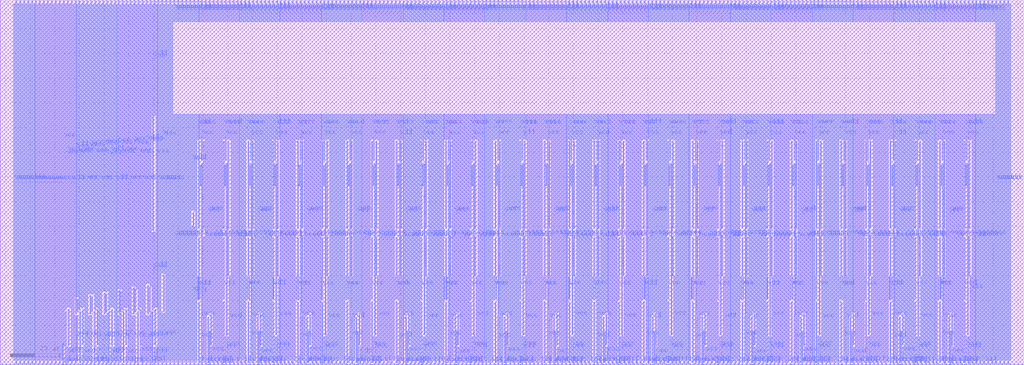
<source format=lef>
VERSION 5.8 ;
BUSBITCHARS "[]" ;
DIVIDERCHAR "/" ;

MACRO sramgen_sram_64x32m4w32_replica_v1
  CLASS BLOCK ;
  ORIGIN 72.135 136.07 ;
  FOREIGN sramgen_sram_64x32m4w32_replica_v1 -72.135 -136.07 ;
  SIZE 414.595 BY 147.785 ;
  SYMMETRY X Y R90 ;
  PIN vdd
    DIRECTION INOUT ;
    USE POWER ;
    PORT
      LAYER met3 ;
        RECT -65.8 -135.67 -65.4 11.315 ;
    END
    PORT
      LAYER met3 ;
        RECT -64.2 -135.67 -63.8 11.315 ;
    END
    PORT
      LAYER met3 ;
        RECT -62.6 -135.67 -62.2 11.315 ;
    END
    PORT
      LAYER met3 ;
        RECT -61 -135.67 -60.6 11.315 ;
    END
    PORT
      LAYER met3 ;
        RECT -59.4 -135.67 -59 11.315 ;
    END
    PORT
      LAYER met3 ;
        RECT -57.8 -135.67 -57.4 11.315 ;
    END
    PORT
      LAYER met3 ;
        RECT -56.2 -135.67 -55.8 11.315 ;
    END
    PORT
      LAYER met3 ;
        RECT -54.6 -135.67 -54.2 11.315 ;
    END
    PORT
      LAYER met3 ;
        RECT -53 -135.67 -52.6 11.315 ;
    END
    PORT
      LAYER met3 ;
        RECT -51.4 -135.67 -51 11.315 ;
    END
    PORT
      LAYER met3 ;
        RECT -49.8 -135.67 -49.4 11.315 ;
    END
    PORT
      LAYER met3 ;
        RECT -48.2 -135.67 -47.8 11.315 ;
    END
    PORT
      LAYER met3 ;
        RECT -46.6 -101.02 -46.2 11.315 ;
    END
    PORT
      LAYER met3 ;
        RECT -45 -112.68 -44.6 11.315 ;
    END
    PORT
      LAYER met3 ;
        RECT -45 -135.67 -44.6 -129 ;
    END
    PORT
      LAYER met3 ;
        RECT -43.4 -135.67 -43 11.315 ;
    END
    PORT
      LAYER met3 ;
        RECT -41.8 -108.44 -41.4 11.315 ;
    END
    PORT
      LAYER met3 ;
        RECT -41.8 -135.67 -41.4 -116.28 ;
    END
    PORT
      LAYER met3 ;
        RECT -40.2 -113.74 -39.8 11.315 ;
    END
    PORT
      LAYER met3 ;
        RECT -38.6 -112.68 -38.2 11.315 ;
    END
    PORT
      LAYER met3 ;
        RECT -38.6 -135.67 -38.2 -129 ;
    END
    PORT
      LAYER met3 ;
        RECT -37 -135.67 -36.6 11.315 ;
    END
    PORT
      LAYER met3 ;
        RECT -35.4 -107.38 -35 11.315 ;
    END
    PORT
      LAYER met3 ;
        RECT -35.4 -135.67 -35 -116.28 ;
    END
    PORT
      LAYER met3 ;
        RECT -33.8 -113.74 -33.4 11.315 ;
    END
    PORT
      LAYER met3 ;
        RECT -32.2 -135.67 -31.8 11.315 ;
    END
    PORT
      LAYER met3 ;
        RECT -30.6 -106.32 -30.2 11.315 ;
    END
    PORT
      LAYER met3 ;
        RECT -30.6 -135.67 -30.2 -116.28 ;
    END
    PORT
      LAYER met3 ;
        RECT -29 -106.32 -28.6 11.315 ;
    END
    PORT
      LAYER met3 ;
        RECT -29 -135.67 -28.6 -115.22 ;
    END
    PORT
      LAYER met3 ;
        RECT -27.4 -112.68 -27 11.315 ;
    END
    PORT
      LAYER met3 ;
        RECT -27.4 -135.67 -27 -129 ;
    END
    PORT
      LAYER met3 ;
        RECT -25.8 -135.67 -25.4 11.315 ;
    END
    PORT
      LAYER met3 ;
        RECT -24.2 -105.26 -23.8 11.315 ;
    END
    PORT
      LAYER met3 ;
        RECT -24.2 -135.67 -23.8 -116.28 ;
    END
    PORT
      LAYER met3 ;
        RECT -22.6 -113.74 -22.2 11.315 ;
    END
    PORT
      LAYER met3 ;
        RECT -21 -112.68 -20.6 11.315 ;
    END
    PORT
      LAYER met3 ;
        RECT -21 -135.67 -20.6 -129 ;
    END
    PORT
      LAYER met3 ;
        RECT -19.4 -135.67 -19 11.315 ;
    END
    PORT
      LAYER met3 ;
        RECT -17.8 -104.2 -17.4 11.315 ;
    END
    PORT
      LAYER met3 ;
        RECT -17.8 -135.67 -17.4 -116.28 ;
    END
    PORT
      LAYER met3 ;
        RECT -16.2 -113.74 -15.8 11.315 ;
    END
    PORT
      LAYER met3 ;
        RECT -14.6 -135.67 -14.2 11.315 ;
    END
    PORT
      LAYER met3 ;
        RECT -13 -103.14 -12.6 11.315 ;
    END
    PORT
      LAYER met3 ;
        RECT -13 -135.67 -12.6 -116.28 ;
    END
    PORT
      LAYER met3 ;
        RECT -11.4 -104.2 -11 11.315 ;
    END
    PORT
      LAYER met3 ;
        RECT -11.4 -135.67 -11 -115.22 ;
    END
    PORT
      LAYER met3 ;
        RECT -9.8 -35.3 -9.4 11.315 ;
    END
    PORT
      LAYER met3 ;
        RECT -9.8 -112.68 -9.4 -82.36 ;
    END
    PORT
      LAYER met3 ;
        RECT -9.8 -135.67 -9.4 -129 ;
    END
    PORT
      LAYER met3 ;
        RECT -8.2 -135.67 -7.8 11.315 ;
    END
    PORT
      LAYER met3 ;
        RECT -6.6 -98.9 -6.2 11.315 ;
    END
    PORT
      LAYER met3 ;
        RECT -6.6 -135.67 -6.2 -115.22 ;
    END
    PORT
      LAYER met3 ;
        RECT -5 -135.67 -4.6 11.315 ;
    END
    PORT
      LAYER met3 ;
        RECT -3.4 -135.67 -3 11.315 ;
    END
    PORT
      LAYER met3 ;
        RECT -1.8 2.86 -1.4 11.315 ;
    END
    PORT
      LAYER met3 ;
        RECT -1.8 -135.67 -1.4 -34.66 ;
    END
    PORT
      LAYER met3 ;
        RECT -0.2 2.86 0.2 11.315 ;
    END
    PORT
      LAYER met3 ;
        RECT -0.2 -135.67 0.2 -34.66 ;
    END
    PORT
      LAYER met3 ;
        RECT 1.4 2.86 1.8 11.315 ;
    END
    PORT
      LAYER met3 ;
        RECT 1.4 -135.67 1.8 -34.66 ;
    END
    PORT
      LAYER met3 ;
        RECT 3 2.86 3.4 11.315 ;
    END
    PORT
      LAYER met3 ;
        RECT 3 -135.67 3.4 -34.66 ;
    END
    PORT
      LAYER met3 ;
        RECT 4.6 2.86 5 11.315 ;
    END
    PORT
      LAYER met3 ;
        RECT 4.6 -135.67 5 -34.66 ;
    END
    PORT
      LAYER met3 ;
        RECT 6.2 2.86 6.6 11.315 ;
    END
    PORT
      LAYER met3 ;
        RECT 6.2 -73.46 6.6 -34.66 ;
    END
    PORT
      LAYER met3 ;
        RECT 6.2 -135.67 6.6 -80.24 ;
    END
    PORT
      LAYER met3 ;
        RECT 7.8 2.86 8.2 11.315 ;
    END
    PORT
      LAYER met3 ;
        RECT 7.8 -44.84 8.2 -34.66 ;
    END
    PORT
      LAYER met3 ;
        RECT 7.8 -109.5 8.2 -100.38 ;
        RECT 7.84 -109.535 8.17 -100.38 ;
    END
    PORT
      LAYER met3 ;
        RECT 9.4 2.86 9.8 11.315 ;
    END
    PORT
      LAYER met3 ;
        RECT 9.4 -53.32 9.8 -34.66 ;
    END
    PORT
      LAYER met3 ;
        RECT 9.4 -135.67 9.8 -116.28 ;
    END
    PORT
      LAYER met3 ;
        RECT 11 2.86 11.4 11.315 ;
    END
    PORT
      LAYER met3 ;
        RECT 11 -135.67 11.4 -34.66 ;
    END
    PORT
      LAYER met3 ;
        RECT 12.6 2.86 13 11.315 ;
    END
    PORT
      LAYER met3 ;
        RECT 12.6 -114.8 13 -34.66 ;
    END
    PORT
      LAYER met3 ;
        RECT 14.2 2.86 14.6 11.315 ;
    END
    PORT
      LAYER met3 ;
        RECT 14.2 -135.67 14.6 -34.66 ;
    END
    PORT
      LAYER met3 ;
        RECT 15.8 2.86 16.2 11.315 ;
    END
    PORT
      LAYER met3 ;
        RECT 15.8 -135.67 16.2 -34.66 ;
    END
    PORT
      LAYER met3 ;
        RECT 17.4 2.86 17.8 11.315 ;
    END
    PORT
      LAYER met3 ;
        RECT 17.4 -135.67 17.8 -34.66 ;
    END
    PORT
      LAYER met3 ;
        RECT 19 2.86 19.4 11.315 ;
    END
    PORT
      LAYER met3 ;
        RECT 19 -53.32 19.4 -34.66 ;
    END
    PORT
      LAYER met3 ;
        RECT 19 -135.67 19.4 -124.76 ;
    END
    PORT
      LAYER met3 ;
        RECT 20.6 2.86 21 11.315 ;
    END
    PORT
      LAYER met3 ;
        RECT 20.6 -44.84 21 -34.66 ;
    END
    PORT
      LAYER met3 ;
        RECT 20.6 -135.67 21 -100.38 ;
    END
    PORT
      LAYER met3 ;
        RECT 22.2 2.86 22.6 11.315 ;
    END
    PORT
      LAYER met3 ;
        RECT 22.2 -135.67 22.6 -34.66 ;
    END
    PORT
      LAYER met3 ;
        RECT 23.8 2.86 24.2 11.315 ;
    END
    PORT
      LAYER met3 ;
        RECT 23.8 -135.67 24.2 -34.66 ;
    END
    PORT
      LAYER met3 ;
        RECT 25.4 2.86 25.8 11.315 ;
    END
    PORT
      LAYER met3 ;
        RECT 25.4 -135.67 25.8 -34.66 ;
    END
    PORT
      LAYER met3 ;
        RECT 27 2.86 27.4 11.315 ;
    END
    PORT
      LAYER met3 ;
        RECT 27 -135.67 27.4 -34.66 ;
    END
    PORT
      LAYER met3 ;
        RECT 28.6 2.86 29 11.315 ;
    END
    PORT
      LAYER met3 ;
        RECT 28.6 -44.84 29 -34.66 ;
    END
    PORT
      LAYER met3 ;
        RECT 28.6 -109.5 29 -100.38 ;
        RECT 28.635 -109.535 28.965 -100.38 ;
    END
    PORT
      LAYER met3 ;
        RECT 30.2 2.86 30.6 11.315 ;
    END
    PORT
      LAYER met3 ;
        RECT 30.2 -44.84 30.6 -34.66 ;
    END
    PORT
      LAYER met3 ;
        RECT 30.2 -135.67 30.6 -100.38 ;
    END
    PORT
      LAYER met3 ;
        RECT 31.8 2.86 32.2 11.315 ;
    END
    PORT
      LAYER met3 ;
        RECT 31.8 -115.86 32.2 -34.66 ;
    END
    PORT
      LAYER met3 ;
        RECT 33.4 2.86 33.8 11.315 ;
    END
    PORT
      LAYER met3 ;
        RECT 33.4 -114.8 33.8 -34.66 ;
    END
    PORT
      LAYER met3 ;
        RECT 33.4 -135.67 33.8 -129 ;
    END
    PORT
      LAYER met3 ;
        RECT 35 2.86 35.4 11.315 ;
    END
    PORT
      LAYER met3 ;
        RECT 35 -135.67 35.4 -34.66 ;
    END
    PORT
      LAYER met3 ;
        RECT 36.6 2.86 37 11.315 ;
    END
    PORT
      LAYER met3 ;
        RECT 36.6 -135.67 37 -34.66 ;
    END
    PORT
      LAYER met3 ;
        RECT 38.2 2.86 38.6 11.315 ;
    END
    PORT
      LAYER met3 ;
        RECT 38.2 -44.84 38.6 -34.66 ;
    END
    PORT
      LAYER met3 ;
        RECT 38.2 -109.5 38.6 -100.38 ;
        RECT 38.235 -109.535 38.565 -100.38 ;
    END
    PORT
      LAYER met3 ;
        RECT 39.8 2.86 40.2 11.315 ;
    END
    PORT
      LAYER met3 ;
        RECT 39.8 -44.84 40.2 -34.66 ;
    END
    PORT
      LAYER met3 ;
        RECT 39.8 -135.67 40.2 -124.76 ;
    END
    PORT
      LAYER met3 ;
        RECT 41.4 2.86 41.8 11.315 ;
    END
    PORT
      LAYER met3 ;
        RECT 41.4 -135.67 41.8 -34.66 ;
    END
    PORT
      LAYER met3 ;
        RECT 43 2.86 43.4 11.315 ;
    END
    PORT
      LAYER met3 ;
        RECT 43 -135.67 43.4 -34.66 ;
    END
    PORT
      LAYER met3 ;
        RECT 44.6 2.86 45 11.315 ;
    END
    PORT
      LAYER met3 ;
        RECT 44.6 -135.67 45 -34.66 ;
    END
    PORT
      LAYER met3 ;
        RECT 46.2 2.86 46.6 11.315 ;
    END
    PORT
      LAYER met3 ;
        RECT 46.2 -135.67 46.6 -34.66 ;
    END
    PORT
      LAYER met3 ;
        RECT 47.8 2.86 48.2 11.315 ;
    END
    PORT
      LAYER met3 ;
        RECT 47.8 -44.84 48.2 -34.66 ;
    END
    PORT
      LAYER met3 ;
        RECT 47.8 -109.5 48.2 -100.38 ;
        RECT 47.835 -109.535 48.165 -100.38 ;
    END
    PORT
      LAYER met3 ;
        RECT 49.4 2.86 49.8 11.315 ;
    END
    PORT
      LAYER met3 ;
        RECT 49.4 -53.32 49.8 -34.66 ;
    END
    PORT
      LAYER met3 ;
        RECT 49.4 -135.67 49.8 -116.28 ;
    END
    PORT
      LAYER met3 ;
        RECT 51 2.86 51.4 11.315 ;
    END
    PORT
      LAYER met3 ;
        RECT 51 -135.67 51.4 -34.66 ;
    END
    PORT
      LAYER met3 ;
        RECT 52.6 2.86 53 11.315 ;
    END
    PORT
      LAYER met3 ;
        RECT 52.6 -114.8 53 -34.66 ;
    END
    PORT
      LAYER met3 ;
        RECT 54.2 2.86 54.6 11.315 ;
    END
    PORT
      LAYER met3 ;
        RECT 54.2 -135.67 54.6 -34.66 ;
    END
    PORT
      LAYER met3 ;
        RECT 55.8 2.86 56.2 11.315 ;
    END
    PORT
      LAYER met3 ;
        RECT 55.8 -135.67 56.2 -34.66 ;
    END
    PORT
      LAYER met3 ;
        RECT 57.4 2.86 57.8 11.315 ;
    END
    PORT
      LAYER met3 ;
        RECT 57.4 -135.67 57.8 -34.66 ;
    END
    PORT
      LAYER met3 ;
        RECT 59 2.86 59.4 11.315 ;
    END
    PORT
      LAYER met3 ;
        RECT 59 -53.32 59.4 -34.66 ;
    END
    PORT
      LAYER met3 ;
        RECT 59 -135.67 59.4 -124.76 ;
    END
    PORT
      LAYER met3 ;
        RECT 60.6 2.86 61 11.315 ;
    END
    PORT
      LAYER met3 ;
        RECT 60.6 -44.84 61 -34.66 ;
    END
    PORT
      LAYER met3 ;
        RECT 60.6 -135.67 61 -100.38 ;
    END
    PORT
      LAYER met3 ;
        RECT 62.2 2.86 62.6 11.315 ;
    END
    PORT
      LAYER met3 ;
        RECT 62.2 -135.67 62.6 -34.66 ;
    END
    PORT
      LAYER met3 ;
        RECT 63.8 2.86 64.2 11.315 ;
    END
    PORT
      LAYER met3 ;
        RECT 63.8 -135.67 64.2 -34.66 ;
    END
    PORT
      LAYER met3 ;
        RECT 65.4 2.86 65.8 11.315 ;
    END
    PORT
      LAYER met3 ;
        RECT 65.4 -135.67 65.8 -34.66 ;
    END
    PORT
      LAYER met3 ;
        RECT 67 2.86 67.4 11.315 ;
    END
    PORT
      LAYER met3 ;
        RECT 67 -135.67 67.4 -34.66 ;
    END
    PORT
      LAYER met3 ;
        RECT 68.6 2.86 69 11.315 ;
    END
    PORT
      LAYER met3 ;
        RECT 68.6 -44.84 69 -34.66 ;
    END
    PORT
      LAYER met3 ;
        RECT 68.6 -109.5 69 -100.38 ;
        RECT 68.635 -109.535 68.965 -100.38 ;
    END
    PORT
      LAYER met3 ;
        RECT 70.2 2.86 70.6 11.315 ;
    END
    PORT
      LAYER met3 ;
        RECT 70.2 -44.84 70.6 -34.66 ;
    END
    PORT
      LAYER met3 ;
        RECT 70.2 -135.67 70.6 -100.38 ;
    END
    PORT
      LAYER met3 ;
        RECT 71.8 2.86 72.2 11.315 ;
    END
    PORT
      LAYER met3 ;
        RECT 71.8 -115.86 72.2 -34.66 ;
    END
    PORT
      LAYER met3 ;
        RECT 73.4 2.86 73.8 11.315 ;
    END
    PORT
      LAYER met3 ;
        RECT 73.4 -114.8 73.8 -34.66 ;
    END
    PORT
      LAYER met3 ;
        RECT 73.4 -135.67 73.8 -129 ;
    END
    PORT
      LAYER met3 ;
        RECT 75 2.86 75.4 11.315 ;
    END
    PORT
      LAYER met3 ;
        RECT 75 -135.67 75.4 -34.66 ;
    END
    PORT
      LAYER met3 ;
        RECT 76.6 2.86 77 11.315 ;
    END
    PORT
      LAYER met3 ;
        RECT 76.6 -135.67 77 -34.66 ;
    END
    PORT
      LAYER met3 ;
        RECT 78.2 2.86 78.6 11.315 ;
    END
    PORT
      LAYER met3 ;
        RECT 78.2 -44.84 78.6 -34.66 ;
    END
    PORT
      LAYER met3 ;
        RECT 78.2 -109.5 78.6 -100.38 ;
        RECT 78.235 -109.535 78.565 -100.38 ;
    END
    PORT
      LAYER met3 ;
        RECT 79.8 2.86 80.2 11.315 ;
    END
    PORT
      LAYER met3 ;
        RECT 79.8 -44.84 80.2 -34.66 ;
    END
    PORT
      LAYER met3 ;
        RECT 79.8 -135.67 80.2 -124.76 ;
    END
    PORT
      LAYER met3 ;
        RECT 81.4 2.86 81.8 11.315 ;
    END
    PORT
      LAYER met3 ;
        RECT 81.4 -135.67 81.8 -34.66 ;
    END
    PORT
      LAYER met3 ;
        RECT 83 2.86 83.4 11.315 ;
    END
    PORT
      LAYER met3 ;
        RECT 83 -135.67 83.4 -34.66 ;
    END
    PORT
      LAYER met3 ;
        RECT 84.6 2.86 85 11.315 ;
    END
    PORT
      LAYER met3 ;
        RECT 84.6 -135.67 85 -34.66 ;
    END
    PORT
      LAYER met3 ;
        RECT 86.2 2.86 86.6 11.315 ;
    END
    PORT
      LAYER met3 ;
        RECT 86.2 -135.67 86.6 -34.66 ;
    END
    PORT
      LAYER met3 ;
        RECT 87.8 2.86 88.2 11.315 ;
    END
    PORT
      LAYER met3 ;
        RECT 87.8 -44.84 88.2 -34.66 ;
    END
    PORT
      LAYER met3 ;
        RECT 87.8 -109.5 88.2 -100.38 ;
        RECT 87.835 -109.535 88.165 -100.38 ;
    END
    PORT
      LAYER met3 ;
        RECT 89.4 2.86 89.8 11.315 ;
    END
    PORT
      LAYER met3 ;
        RECT 89.4 -53.32 89.8 -34.66 ;
    END
    PORT
      LAYER met3 ;
        RECT 89.4 -135.67 89.8 -116.28 ;
    END
    PORT
      LAYER met3 ;
        RECT 91 2.86 91.4 11.315 ;
    END
    PORT
      LAYER met3 ;
        RECT 91 -135.67 91.4 -34.66 ;
    END
    PORT
      LAYER met3 ;
        RECT 92.6 2.86 93 11.315 ;
    END
    PORT
      LAYER met3 ;
        RECT 92.6 -114.8 93 -34.66 ;
    END
    PORT
      LAYER met3 ;
        RECT 94.2 2.86 94.6 11.315 ;
    END
    PORT
      LAYER met3 ;
        RECT 94.2 -135.67 94.6 -34.66 ;
    END
    PORT
      LAYER met3 ;
        RECT 95.8 2.86 96.2 11.315 ;
    END
    PORT
      LAYER met3 ;
        RECT 95.8 -135.67 96.2 -34.66 ;
    END
    PORT
      LAYER met3 ;
        RECT 97.4 2.86 97.8 11.315 ;
    END
    PORT
      LAYER met3 ;
        RECT 97.4 -135.67 97.8 -34.66 ;
    END
    PORT
      LAYER met3 ;
        RECT 99 2.86 99.4 11.315 ;
    END
    PORT
      LAYER met3 ;
        RECT 99 -53.32 99.4 -34.66 ;
    END
    PORT
      LAYER met3 ;
        RECT 99 -135.67 99.4 -124.76 ;
    END
    PORT
      LAYER met3 ;
        RECT 100.6 2.86 101 11.315 ;
    END
    PORT
      LAYER met3 ;
        RECT 100.6 -44.84 101 -34.66 ;
    END
    PORT
      LAYER met3 ;
        RECT 100.6 -135.67 101 -100.38 ;
    END
    PORT
      LAYER met3 ;
        RECT 102.2 2.86 102.6 11.315 ;
    END
    PORT
      LAYER met3 ;
        RECT 102.2 -135.67 102.6 -34.66 ;
    END
    PORT
      LAYER met3 ;
        RECT 103.8 2.86 104.2 11.315 ;
    END
    PORT
      LAYER met3 ;
        RECT 103.8 -135.67 104.2 -34.66 ;
    END
    PORT
      LAYER met3 ;
        RECT 105.4 2.86 105.8 11.315 ;
    END
    PORT
      LAYER met3 ;
        RECT 105.4 -135.67 105.8 -34.66 ;
    END
    PORT
      LAYER met3 ;
        RECT 107 2.86 107.4 11.315 ;
    END
    PORT
      LAYER met3 ;
        RECT 107 -135.67 107.4 -34.66 ;
    END
    PORT
      LAYER met3 ;
        RECT 108.6 2.86 109 11.315 ;
    END
    PORT
      LAYER met3 ;
        RECT 108.6 -44.84 109 -34.66 ;
    END
    PORT
      LAYER met3 ;
        RECT 108.6 -109.5 109 -100.38 ;
        RECT 108.635 -109.535 108.965 -100.38 ;
    END
    PORT
      LAYER met3 ;
        RECT 110.2 2.86 110.6 11.315 ;
    END
    PORT
      LAYER met3 ;
        RECT 110.2 -44.84 110.6 -34.66 ;
    END
    PORT
      LAYER met3 ;
        RECT 110.2 -135.67 110.6 -100.38 ;
    END
    PORT
      LAYER met3 ;
        RECT 111.8 2.86 112.2 11.315 ;
    END
    PORT
      LAYER met3 ;
        RECT 111.8 -115.86 112.2 -34.66 ;
    END
    PORT
      LAYER met3 ;
        RECT 113.4 2.86 113.8 11.315 ;
    END
    PORT
      LAYER met3 ;
        RECT 113.4 -114.8 113.8 -34.66 ;
    END
    PORT
      LAYER met3 ;
        RECT 113.4 -135.67 113.8 -129 ;
    END
    PORT
      LAYER met3 ;
        RECT 115 2.86 115.4 11.315 ;
    END
    PORT
      LAYER met3 ;
        RECT 115 -135.67 115.4 -34.66 ;
    END
    PORT
      LAYER met3 ;
        RECT 116.6 2.86 117 11.315 ;
    END
    PORT
      LAYER met3 ;
        RECT 116.6 -135.67 117 -34.66 ;
    END
    PORT
      LAYER met3 ;
        RECT 118.2 2.86 118.6 11.315 ;
    END
    PORT
      LAYER met3 ;
        RECT 118.2 -44.84 118.6 -34.66 ;
    END
    PORT
      LAYER met3 ;
        RECT 118.2 -109.5 118.6 -100.38 ;
        RECT 118.235 -109.535 118.565 -100.38 ;
    END
    PORT
      LAYER met3 ;
        RECT 119.8 2.86 120.2 11.315 ;
    END
    PORT
      LAYER met3 ;
        RECT 119.8 -44.84 120.2 -34.66 ;
    END
    PORT
      LAYER met3 ;
        RECT 119.8 -135.67 120.2 -124.76 ;
    END
    PORT
      LAYER met3 ;
        RECT 121.4 2.86 121.8 11.315 ;
    END
    PORT
      LAYER met3 ;
        RECT 121.4 -135.67 121.8 -34.66 ;
    END
    PORT
      LAYER met3 ;
        RECT 123 2.86 123.4 11.315 ;
    END
    PORT
      LAYER met3 ;
        RECT 123 -135.67 123.4 -34.66 ;
    END
    PORT
      LAYER met3 ;
        RECT 124.6 2.86 125 11.315 ;
    END
    PORT
      LAYER met3 ;
        RECT 124.6 -135.67 125 -34.66 ;
    END
    PORT
      LAYER met3 ;
        RECT 126.2 2.86 126.6 11.315 ;
    END
    PORT
      LAYER met3 ;
        RECT 126.2 -135.67 126.6 -34.66 ;
    END
    PORT
      LAYER met3 ;
        RECT 127.8 2.86 128.2 11.315 ;
    END
    PORT
      LAYER met3 ;
        RECT 127.8 -44.84 128.2 -34.66 ;
    END
    PORT
      LAYER met3 ;
        RECT 127.8 -109.5 128.2 -100.38 ;
        RECT 127.835 -109.535 128.165 -100.38 ;
    END
    PORT
      LAYER met3 ;
        RECT 129.4 2.86 129.8 11.315 ;
    END
    PORT
      LAYER met3 ;
        RECT 129.4 -53.32 129.8 -34.66 ;
    END
    PORT
      LAYER met3 ;
        RECT 129.4 -135.67 129.8 -116.28 ;
    END
    PORT
      LAYER met3 ;
        RECT 131 2.86 131.4 11.315 ;
    END
    PORT
      LAYER met3 ;
        RECT 131 -135.67 131.4 -34.66 ;
    END
    PORT
      LAYER met3 ;
        RECT 132.6 2.86 133 11.315 ;
    END
    PORT
      LAYER met3 ;
        RECT 132.6 -114.8 133 -34.66 ;
    END
    PORT
      LAYER met3 ;
        RECT 134.2 2.86 134.6 11.315 ;
    END
    PORT
      LAYER met3 ;
        RECT 134.2 -135.67 134.6 -34.66 ;
    END
    PORT
      LAYER met3 ;
        RECT 135.8 2.86 136.2 11.315 ;
    END
    PORT
      LAYER met3 ;
        RECT 135.8 -135.67 136.2 -34.66 ;
    END
    PORT
      LAYER met3 ;
        RECT 137.4 2.86 137.8 11.315 ;
    END
    PORT
      LAYER met3 ;
        RECT 137.4 -135.67 137.8 -34.66 ;
    END
    PORT
      LAYER met3 ;
        RECT 139 2.86 139.4 11.315 ;
    END
    PORT
      LAYER met3 ;
        RECT 139 -53.32 139.4 -34.66 ;
    END
    PORT
      LAYER met3 ;
        RECT 139 -135.67 139.4 -124.76 ;
    END
    PORT
      LAYER met3 ;
        RECT 140.6 2.86 141 11.315 ;
    END
    PORT
      LAYER met3 ;
        RECT 140.6 -44.84 141 -34.66 ;
    END
    PORT
      LAYER met3 ;
        RECT 140.6 -135.67 141 -100.38 ;
    END
    PORT
      LAYER met3 ;
        RECT 142.2 2.86 142.6 11.315 ;
    END
    PORT
      LAYER met3 ;
        RECT 142.2 -135.67 142.6 -34.66 ;
    END
    PORT
      LAYER met3 ;
        RECT 143.8 2.86 144.2 11.315 ;
    END
    PORT
      LAYER met3 ;
        RECT 143.8 -135.67 144.2 -34.66 ;
    END
    PORT
      LAYER met3 ;
        RECT 145.4 2.86 145.8 11.315 ;
    END
    PORT
      LAYER met3 ;
        RECT 145.4 -135.67 145.8 -34.66 ;
    END
    PORT
      LAYER met3 ;
        RECT 147 2.86 147.4 11.315 ;
    END
    PORT
      LAYER met3 ;
        RECT 147 -135.67 147.4 -34.66 ;
    END
    PORT
      LAYER met3 ;
        RECT 148.6 2.86 149 11.315 ;
    END
    PORT
      LAYER met3 ;
        RECT 148.6 -44.84 149 -34.66 ;
    END
    PORT
      LAYER met3 ;
        RECT 148.6 -109.5 149 -100.38 ;
        RECT 148.635 -109.535 148.965 -100.38 ;
    END
    PORT
      LAYER met3 ;
        RECT 150.2 2.86 150.6 11.315 ;
    END
    PORT
      LAYER met3 ;
        RECT 150.2 -44.84 150.6 -34.66 ;
    END
    PORT
      LAYER met3 ;
        RECT 150.2 -135.67 150.6 -100.38 ;
    END
    PORT
      LAYER met3 ;
        RECT 151.8 2.86 152.2 11.315 ;
    END
    PORT
      LAYER met3 ;
        RECT 151.8 -115.86 152.2 -34.66 ;
    END
    PORT
      LAYER met3 ;
        RECT 153.4 2.86 153.8 11.315 ;
    END
    PORT
      LAYER met3 ;
        RECT 153.4 -114.8 153.8 -34.66 ;
    END
    PORT
      LAYER met3 ;
        RECT 153.4 -135.67 153.8 -129 ;
    END
    PORT
      LAYER met3 ;
        RECT 155 2.86 155.4 11.315 ;
    END
    PORT
      LAYER met3 ;
        RECT 155 -135.67 155.4 -34.66 ;
    END
    PORT
      LAYER met3 ;
        RECT 156.6 2.86 157 11.315 ;
    END
    PORT
      LAYER met3 ;
        RECT 156.6 -135.67 157 -34.66 ;
    END
    PORT
      LAYER met3 ;
        RECT 158.2 2.86 158.6 11.315 ;
    END
    PORT
      LAYER met3 ;
        RECT 158.2 -44.84 158.6 -34.66 ;
    END
    PORT
      LAYER met3 ;
        RECT 158.2 -109.5 158.6 -100.38 ;
        RECT 158.235 -109.535 158.565 -100.38 ;
    END
    PORT
      LAYER met3 ;
        RECT 159.8 2.86 160.2 11.315 ;
    END
    PORT
      LAYER met3 ;
        RECT 159.8 -44.84 160.2 -34.66 ;
    END
    PORT
      LAYER met3 ;
        RECT 159.8 -135.67 160.2 -124.76 ;
    END
    PORT
      LAYER met3 ;
        RECT 161.4 2.86 161.8 11.315 ;
    END
    PORT
      LAYER met3 ;
        RECT 161.4 -135.67 161.8 -34.66 ;
    END
    PORT
      LAYER met3 ;
        RECT 163 2.86 163.4 11.315 ;
    END
    PORT
      LAYER met3 ;
        RECT 163 -135.67 163.4 -34.66 ;
    END
    PORT
      LAYER met3 ;
        RECT 164.6 2.86 165 11.315 ;
    END
    PORT
      LAYER met3 ;
        RECT 164.6 -135.67 165 -34.66 ;
    END
    PORT
      LAYER met3 ;
        RECT 166.2 2.86 166.6 11.315 ;
    END
    PORT
      LAYER met3 ;
        RECT 166.2 -135.67 166.6 -34.66 ;
    END
    PORT
      LAYER met3 ;
        RECT 167.8 2.86 168.2 11.315 ;
    END
    PORT
      LAYER met3 ;
        RECT 167.8 -44.84 168.2 -34.66 ;
    END
    PORT
      LAYER met3 ;
        RECT 167.8 -109.5 168.2 -100.38 ;
        RECT 167.835 -109.535 168.165 -100.38 ;
    END
    PORT
      LAYER met3 ;
        RECT 169.4 2.86 169.8 11.315 ;
    END
    PORT
      LAYER met3 ;
        RECT 169.4 -53.32 169.8 -34.66 ;
    END
    PORT
      LAYER met3 ;
        RECT 169.4 -135.67 169.8 -116.28 ;
    END
    PORT
      LAYER met3 ;
        RECT 171 2.86 171.4 11.315 ;
    END
    PORT
      LAYER met3 ;
        RECT 171 -135.67 171.4 -34.66 ;
    END
    PORT
      LAYER met3 ;
        RECT 172.6 2.86 173 11.315 ;
    END
    PORT
      LAYER met3 ;
        RECT 172.6 -114.8 173 -34.66 ;
    END
    PORT
      LAYER met3 ;
        RECT 174.2 2.86 174.6 11.315 ;
    END
    PORT
      LAYER met3 ;
        RECT 174.2 -135.67 174.6 -34.66 ;
    END
    PORT
      LAYER met3 ;
        RECT 175.8 2.86 176.2 11.315 ;
    END
    PORT
      LAYER met3 ;
        RECT 175.8 -135.67 176.2 -34.66 ;
    END
    PORT
      LAYER met3 ;
        RECT 177.4 2.86 177.8 11.315 ;
    END
    PORT
      LAYER met3 ;
        RECT 177.4 -135.67 177.8 -34.66 ;
    END
    PORT
      LAYER met3 ;
        RECT 179 2.86 179.4 11.315 ;
    END
    PORT
      LAYER met3 ;
        RECT 179 -53.32 179.4 -34.66 ;
    END
    PORT
      LAYER met3 ;
        RECT 179 -135.67 179.4 -124.76 ;
    END
    PORT
      LAYER met3 ;
        RECT 180.6 2.86 181 11.315 ;
    END
    PORT
      LAYER met3 ;
        RECT 180.6 -44.84 181 -34.66 ;
    END
    PORT
      LAYER met3 ;
        RECT 180.6 -135.67 181 -100.38 ;
    END
    PORT
      LAYER met3 ;
        RECT 182.2 2.86 182.6 11.315 ;
    END
    PORT
      LAYER met3 ;
        RECT 182.2 -135.67 182.6 -34.66 ;
    END
    PORT
      LAYER met3 ;
        RECT 183.8 2.86 184.2 11.315 ;
    END
    PORT
      LAYER met3 ;
        RECT 183.8 -135.67 184.2 -34.66 ;
    END
    PORT
      LAYER met3 ;
        RECT 185.4 2.86 185.8 11.315 ;
    END
    PORT
      LAYER met3 ;
        RECT 185.4 -135.67 185.8 -34.66 ;
    END
    PORT
      LAYER met3 ;
        RECT 187 2.86 187.4 11.315 ;
    END
    PORT
      LAYER met3 ;
        RECT 187 -135.67 187.4 -34.66 ;
    END
    PORT
      LAYER met3 ;
        RECT 188.6 2.86 189 11.315 ;
    END
    PORT
      LAYER met3 ;
        RECT 188.6 -44.84 189 -34.66 ;
    END
    PORT
      LAYER met3 ;
        RECT 188.6 -109.5 189 -100.38 ;
        RECT 188.635 -109.535 188.965 -100.38 ;
    END
    PORT
      LAYER met3 ;
        RECT 190.2 2.86 190.6 11.315 ;
    END
    PORT
      LAYER met3 ;
        RECT 190.2 -44.84 190.6 -34.66 ;
    END
    PORT
      LAYER met3 ;
        RECT 190.2 -135.67 190.6 -100.38 ;
    END
    PORT
      LAYER met3 ;
        RECT 191.8 2.86 192.2 11.315 ;
    END
    PORT
      LAYER met3 ;
        RECT 191.8 -115.86 192.2 -34.66 ;
    END
    PORT
      LAYER met3 ;
        RECT 193.4 2.86 193.8 11.315 ;
    END
    PORT
      LAYER met3 ;
        RECT 193.4 -114.8 193.8 -34.66 ;
    END
    PORT
      LAYER met3 ;
        RECT 193.4 -135.67 193.8 -129 ;
    END
    PORT
      LAYER met3 ;
        RECT 195 2.86 195.4 11.315 ;
    END
    PORT
      LAYER met3 ;
        RECT 195 -135.67 195.4 -34.66 ;
    END
    PORT
      LAYER met3 ;
        RECT 196.6 2.86 197 11.315 ;
    END
    PORT
      LAYER met3 ;
        RECT 196.6 -135.67 197 -34.66 ;
    END
    PORT
      LAYER met3 ;
        RECT 198.2 2.86 198.6 11.315 ;
    END
    PORT
      LAYER met3 ;
        RECT 198.2 -44.84 198.6 -34.66 ;
    END
    PORT
      LAYER met3 ;
        RECT 198.2 -109.5 198.6 -100.38 ;
        RECT 198.235 -109.535 198.565 -100.38 ;
    END
    PORT
      LAYER met3 ;
        RECT 199.8 2.86 200.2 11.315 ;
    END
    PORT
      LAYER met3 ;
        RECT 199.8 -44.84 200.2 -34.66 ;
    END
    PORT
      LAYER met3 ;
        RECT 199.8 -135.67 200.2 -124.76 ;
    END
    PORT
      LAYER met3 ;
        RECT 201.4 2.86 201.8 11.315 ;
    END
    PORT
      LAYER met3 ;
        RECT 201.4 -135.67 201.8 -34.66 ;
    END
    PORT
      LAYER met3 ;
        RECT 203 2.86 203.4 11.315 ;
    END
    PORT
      LAYER met3 ;
        RECT 203 -135.67 203.4 -34.66 ;
    END
    PORT
      LAYER met3 ;
        RECT 204.6 2.86 205 11.315 ;
    END
    PORT
      LAYER met3 ;
        RECT 204.6 -135.67 205 -34.66 ;
    END
    PORT
      LAYER met3 ;
        RECT 206.2 2.86 206.6 11.315 ;
    END
    PORT
      LAYER met3 ;
        RECT 206.2 -135.67 206.6 -34.66 ;
    END
    PORT
      LAYER met3 ;
        RECT 207.8 2.86 208.2 11.315 ;
    END
    PORT
      LAYER met3 ;
        RECT 207.8 -44.84 208.2 -34.66 ;
    END
    PORT
      LAYER met3 ;
        RECT 207.8 -109.5 208.2 -100.38 ;
        RECT 207.835 -109.535 208.165 -100.38 ;
    END
    PORT
      LAYER met3 ;
        RECT 209.4 2.86 209.8 11.315 ;
    END
    PORT
      LAYER met3 ;
        RECT 209.4 -53.32 209.8 -34.66 ;
    END
    PORT
      LAYER met3 ;
        RECT 209.4 -135.67 209.8 -116.28 ;
    END
    PORT
      LAYER met3 ;
        RECT 211 2.86 211.4 11.315 ;
    END
    PORT
      LAYER met3 ;
        RECT 211 -135.67 211.4 -34.66 ;
    END
    PORT
      LAYER met3 ;
        RECT 212.6 2.86 213 11.315 ;
    END
    PORT
      LAYER met3 ;
        RECT 212.6 -114.8 213 -34.66 ;
    END
    PORT
      LAYER met3 ;
        RECT 214.2 2.86 214.6 11.315 ;
    END
    PORT
      LAYER met3 ;
        RECT 214.2 -135.67 214.6 -34.66 ;
    END
    PORT
      LAYER met3 ;
        RECT 215.8 2.86 216.2 11.315 ;
    END
    PORT
      LAYER met3 ;
        RECT 215.8 -135.67 216.2 -34.66 ;
    END
    PORT
      LAYER met3 ;
        RECT 217.4 2.86 217.8 11.315 ;
    END
    PORT
      LAYER met3 ;
        RECT 217.4 -135.67 217.8 -34.66 ;
    END
    PORT
      LAYER met3 ;
        RECT 219 2.86 219.4 11.315 ;
    END
    PORT
      LAYER met3 ;
        RECT 219 -53.32 219.4 -34.66 ;
    END
    PORT
      LAYER met3 ;
        RECT 219 -135.67 219.4 -124.76 ;
    END
    PORT
      LAYER met3 ;
        RECT 220.6 2.86 221 11.315 ;
    END
    PORT
      LAYER met3 ;
        RECT 220.6 -44.84 221 -34.66 ;
    END
    PORT
      LAYER met3 ;
        RECT 220.6 -135.67 221 -100.38 ;
    END
    PORT
      LAYER met3 ;
        RECT 222.2 2.86 222.6 11.315 ;
    END
    PORT
      LAYER met3 ;
        RECT 222.2 -135.67 222.6 -34.66 ;
    END
    PORT
      LAYER met3 ;
        RECT 223.8 2.86 224.2 11.315 ;
    END
    PORT
      LAYER met3 ;
        RECT 223.8 -135.67 224.2 -34.66 ;
    END
    PORT
      LAYER met3 ;
        RECT 225.4 2.86 225.8 11.315 ;
    END
    PORT
      LAYER met3 ;
        RECT 225.4 -135.67 225.8 -34.66 ;
    END
    PORT
      LAYER met3 ;
        RECT 227 2.86 227.4 11.315 ;
    END
    PORT
      LAYER met3 ;
        RECT 227 -135.67 227.4 -34.66 ;
    END
    PORT
      LAYER met3 ;
        RECT 228.6 2.86 229 11.315 ;
    END
    PORT
      LAYER met3 ;
        RECT 228.6 -44.84 229 -34.66 ;
    END
    PORT
      LAYER met3 ;
        RECT 228.6 -109.5 229 -100.38 ;
        RECT 228.635 -109.535 228.965 -100.38 ;
    END
    PORT
      LAYER met3 ;
        RECT 230.2 2.86 230.6 11.315 ;
    END
    PORT
      LAYER met3 ;
        RECT 230.2 -44.84 230.6 -34.66 ;
    END
    PORT
      LAYER met3 ;
        RECT 230.2 -135.67 230.6 -100.38 ;
    END
    PORT
      LAYER met3 ;
        RECT 231.8 2.86 232.2 11.315 ;
    END
    PORT
      LAYER met3 ;
        RECT 231.8 -115.86 232.2 -34.66 ;
    END
    PORT
      LAYER met3 ;
        RECT 233.4 2.86 233.8 11.315 ;
    END
    PORT
      LAYER met3 ;
        RECT 233.4 -114.8 233.8 -34.66 ;
    END
    PORT
      LAYER met3 ;
        RECT 233.4 -135.67 233.8 -129 ;
    END
    PORT
      LAYER met3 ;
        RECT 235 2.86 235.4 11.315 ;
    END
    PORT
      LAYER met3 ;
        RECT 235 -135.67 235.4 -34.66 ;
    END
    PORT
      LAYER met3 ;
        RECT 236.6 2.86 237 11.315 ;
    END
    PORT
      LAYER met3 ;
        RECT 236.6 -135.67 237 -34.66 ;
    END
    PORT
      LAYER met3 ;
        RECT 238.2 2.86 238.6 11.315 ;
    END
    PORT
      LAYER met3 ;
        RECT 238.2 -44.84 238.6 -34.66 ;
    END
    PORT
      LAYER met3 ;
        RECT 238.2 -109.5 238.6 -100.38 ;
        RECT 238.235 -109.535 238.565 -100.38 ;
    END
    PORT
      LAYER met3 ;
        RECT 239.8 2.86 240.2 11.315 ;
    END
    PORT
      LAYER met3 ;
        RECT 239.8 -44.84 240.2 -34.66 ;
    END
    PORT
      LAYER met3 ;
        RECT 239.8 -135.67 240.2 -124.76 ;
    END
    PORT
      LAYER met3 ;
        RECT 241.4 2.86 241.8 11.315 ;
    END
    PORT
      LAYER met3 ;
        RECT 241.4 -135.67 241.8 -34.66 ;
    END
    PORT
      LAYER met3 ;
        RECT 243 2.86 243.4 11.315 ;
    END
    PORT
      LAYER met3 ;
        RECT 243 -135.67 243.4 -34.66 ;
    END
    PORT
      LAYER met3 ;
        RECT 244.6 2.86 245 11.315 ;
    END
    PORT
      LAYER met3 ;
        RECT 244.6 -135.67 245 -34.66 ;
    END
    PORT
      LAYER met3 ;
        RECT 246.2 2.86 246.6 11.315 ;
    END
    PORT
      LAYER met3 ;
        RECT 246.2 -135.67 246.6 -34.66 ;
    END
    PORT
      LAYER met3 ;
        RECT 247.8 2.86 248.2 11.315 ;
    END
    PORT
      LAYER met3 ;
        RECT 247.8 -44.84 248.2 -34.66 ;
    END
    PORT
      LAYER met3 ;
        RECT 247.8 -109.5 248.2 -100.38 ;
        RECT 247.835 -109.535 248.165 -100.38 ;
    END
    PORT
      LAYER met3 ;
        RECT 249.4 2.86 249.8 11.315 ;
    END
    PORT
      LAYER met3 ;
        RECT 249.4 -53.32 249.8 -34.66 ;
    END
    PORT
      LAYER met3 ;
        RECT 249.4 -135.67 249.8 -116.28 ;
    END
    PORT
      LAYER met3 ;
        RECT 251 2.86 251.4 11.315 ;
    END
    PORT
      LAYER met3 ;
        RECT 251 -135.67 251.4 -34.66 ;
    END
    PORT
      LAYER met3 ;
        RECT 252.6 2.86 253 11.315 ;
    END
    PORT
      LAYER met3 ;
        RECT 252.6 -114.8 253 -34.66 ;
    END
    PORT
      LAYER met3 ;
        RECT 254.2 2.86 254.6 11.315 ;
    END
    PORT
      LAYER met3 ;
        RECT 254.2 -135.67 254.6 -34.66 ;
    END
    PORT
      LAYER met3 ;
        RECT 255.8 2.86 256.2 11.315 ;
    END
    PORT
      LAYER met3 ;
        RECT 255.8 -135.67 256.2 -34.66 ;
    END
    PORT
      LAYER met3 ;
        RECT 257.4 2.86 257.8 11.315 ;
    END
    PORT
      LAYER met3 ;
        RECT 257.4 -135.67 257.8 -34.66 ;
    END
    PORT
      LAYER met3 ;
        RECT 259 2.86 259.4 11.315 ;
    END
    PORT
      LAYER met3 ;
        RECT 259 -53.32 259.4 -34.66 ;
    END
    PORT
      LAYER met3 ;
        RECT 259 -135.67 259.4 -124.76 ;
    END
    PORT
      LAYER met3 ;
        RECT 260.6 2.86 261 11.315 ;
    END
    PORT
      LAYER met3 ;
        RECT 260.6 -44.84 261 -34.66 ;
    END
    PORT
      LAYER met3 ;
        RECT 260.6 -135.67 261 -100.38 ;
    END
    PORT
      LAYER met3 ;
        RECT 262.2 2.86 262.6 11.315 ;
    END
    PORT
      LAYER met3 ;
        RECT 262.2 -135.67 262.6 -34.66 ;
    END
    PORT
      LAYER met3 ;
        RECT 263.8 2.86 264.2 11.315 ;
    END
    PORT
      LAYER met3 ;
        RECT 263.8 -135.67 264.2 -34.66 ;
    END
    PORT
      LAYER met3 ;
        RECT 265.4 2.86 265.8 11.315 ;
    END
    PORT
      LAYER met3 ;
        RECT 265.4 -135.67 265.8 -34.66 ;
    END
    PORT
      LAYER met3 ;
        RECT 267 2.86 267.4 11.315 ;
    END
    PORT
      LAYER met3 ;
        RECT 267 -135.67 267.4 -34.66 ;
    END
    PORT
      LAYER met3 ;
        RECT 268.6 2.86 269 11.315 ;
    END
    PORT
      LAYER met3 ;
        RECT 268.6 -44.84 269 -34.66 ;
    END
    PORT
      LAYER met3 ;
        RECT 268.6 -109.5 269 -100.38 ;
        RECT 268.635 -109.535 268.965 -100.38 ;
    END
    PORT
      LAYER met3 ;
        RECT 270.2 2.86 270.6 11.315 ;
    END
    PORT
      LAYER met3 ;
        RECT 270.2 -44.84 270.6 -34.66 ;
    END
    PORT
      LAYER met3 ;
        RECT 270.2 -135.67 270.6 -100.38 ;
    END
    PORT
      LAYER met3 ;
        RECT 271.8 2.86 272.2 11.315 ;
    END
    PORT
      LAYER met3 ;
        RECT 271.8 -115.86 272.2 -34.66 ;
    END
    PORT
      LAYER met3 ;
        RECT 273.4 2.86 273.8 11.315 ;
    END
    PORT
      LAYER met3 ;
        RECT 273.4 -114.8 273.8 -34.66 ;
    END
    PORT
      LAYER met3 ;
        RECT 273.4 -135.67 273.8 -129 ;
    END
    PORT
      LAYER met3 ;
        RECT 275 2.86 275.4 11.315 ;
    END
    PORT
      LAYER met3 ;
        RECT 275 -135.67 275.4 -34.66 ;
    END
    PORT
      LAYER met3 ;
        RECT 276.6 2.86 277 11.315 ;
    END
    PORT
      LAYER met3 ;
        RECT 276.6 -135.67 277 -34.66 ;
    END
    PORT
      LAYER met3 ;
        RECT 278.2 2.86 278.6 11.315 ;
    END
    PORT
      LAYER met3 ;
        RECT 278.2 -44.84 278.6 -34.66 ;
    END
    PORT
      LAYER met3 ;
        RECT 278.2 -109.5 278.6 -100.38 ;
        RECT 278.235 -109.535 278.565 -100.38 ;
    END
    PORT
      LAYER met3 ;
        RECT 279.8 2.86 280.2 11.315 ;
    END
    PORT
      LAYER met3 ;
        RECT 279.8 -44.84 280.2 -34.66 ;
    END
    PORT
      LAYER met3 ;
        RECT 279.8 -135.67 280.2 -124.76 ;
    END
    PORT
      LAYER met3 ;
        RECT 281.4 2.86 281.8 11.315 ;
    END
    PORT
      LAYER met3 ;
        RECT 281.4 -135.67 281.8 -34.66 ;
    END
    PORT
      LAYER met3 ;
        RECT 283 2.86 283.4 11.315 ;
    END
    PORT
      LAYER met3 ;
        RECT 283 -135.67 283.4 -34.66 ;
    END
    PORT
      LAYER met3 ;
        RECT 284.6 2.86 285 11.315 ;
    END
    PORT
      LAYER met3 ;
        RECT 284.6 -135.67 285 -34.66 ;
    END
    PORT
      LAYER met3 ;
        RECT 286.2 2.86 286.6 11.315 ;
    END
    PORT
      LAYER met3 ;
        RECT 286.2 -135.67 286.6 -34.66 ;
    END
    PORT
      LAYER met3 ;
        RECT 287.8 2.86 288.2 11.315 ;
    END
    PORT
      LAYER met3 ;
        RECT 287.8 -44.84 288.2 -34.66 ;
    END
    PORT
      LAYER met3 ;
        RECT 287.8 -109.5 288.2 -100.38 ;
        RECT 287.835 -109.535 288.165 -100.38 ;
    END
    PORT
      LAYER met3 ;
        RECT 289.4 2.86 289.8 11.315 ;
    END
    PORT
      LAYER met3 ;
        RECT 289.4 -53.32 289.8 -34.66 ;
    END
    PORT
      LAYER met3 ;
        RECT 289.4 -135.67 289.8 -116.28 ;
    END
    PORT
      LAYER met3 ;
        RECT 291 2.86 291.4 11.315 ;
    END
    PORT
      LAYER met3 ;
        RECT 291 -135.67 291.4 -34.66 ;
    END
    PORT
      LAYER met3 ;
        RECT 292.6 2.86 293 11.315 ;
    END
    PORT
      LAYER met3 ;
        RECT 292.6 -114.8 293 -34.66 ;
    END
    PORT
      LAYER met3 ;
        RECT 294.2 2.86 294.6 11.315 ;
    END
    PORT
      LAYER met3 ;
        RECT 294.2 -135.67 294.6 -34.66 ;
    END
    PORT
      LAYER met3 ;
        RECT 295.8 2.86 296.2 11.315 ;
    END
    PORT
      LAYER met3 ;
        RECT 295.8 -135.67 296.2 -34.66 ;
    END
    PORT
      LAYER met3 ;
        RECT 297.4 2.86 297.8 11.315 ;
    END
    PORT
      LAYER met3 ;
        RECT 297.4 -135.67 297.8 -34.66 ;
    END
    PORT
      LAYER met3 ;
        RECT 299 2.86 299.4 11.315 ;
    END
    PORT
      LAYER met3 ;
        RECT 299 -53.32 299.4 -34.66 ;
    END
    PORT
      LAYER met3 ;
        RECT 299 -135.67 299.4 -124.76 ;
    END
    PORT
      LAYER met3 ;
        RECT 300.6 2.86 301 11.315 ;
    END
    PORT
      LAYER met3 ;
        RECT 300.6 -44.84 301 -34.66 ;
    END
    PORT
      LAYER met3 ;
        RECT 300.6 -135.67 301 -100.38 ;
    END
    PORT
      LAYER met3 ;
        RECT 302.2 2.86 302.6 11.315 ;
    END
    PORT
      LAYER met3 ;
        RECT 302.2 -135.67 302.6 -34.66 ;
    END
    PORT
      LAYER met3 ;
        RECT 303.8 2.86 304.2 11.315 ;
    END
    PORT
      LAYER met3 ;
        RECT 303.8 -135.67 304.2 -34.66 ;
    END
    PORT
      LAYER met3 ;
        RECT 305.4 2.86 305.8 11.315 ;
    END
    PORT
      LAYER met3 ;
        RECT 305.4 -135.67 305.8 -34.66 ;
    END
    PORT
      LAYER met3 ;
        RECT 307 2.86 307.4 11.315 ;
    END
    PORT
      LAYER met3 ;
        RECT 307 -135.67 307.4 -34.66 ;
    END
    PORT
      LAYER met3 ;
        RECT 308.6 2.86 309 11.315 ;
    END
    PORT
      LAYER met3 ;
        RECT 308.6 -44.84 309 -34.66 ;
    END
    PORT
      LAYER met3 ;
        RECT 308.6 -109.5 309 -100.38 ;
        RECT 308.635 -109.535 308.965 -100.38 ;
    END
    PORT
      LAYER met3 ;
        RECT 310.2 2.86 310.6 11.315 ;
    END
    PORT
      LAYER met3 ;
        RECT 310.2 -44.84 310.6 -34.66 ;
    END
    PORT
      LAYER met3 ;
        RECT 310.2 -135.67 310.6 -100.38 ;
    END
    PORT
      LAYER met3 ;
        RECT 311.8 2.86 312.2 11.315 ;
    END
    PORT
      LAYER met3 ;
        RECT 311.8 -115.86 312.2 -34.66 ;
    END
    PORT
      LAYER met3 ;
        RECT 313.4 2.86 313.8 11.315 ;
    END
    PORT
      LAYER met3 ;
        RECT 313.4 -114.8 313.8 -34.66 ;
    END
    PORT
      LAYER met3 ;
        RECT 313.4 -135.67 313.8 -129 ;
    END
    PORT
      LAYER met3 ;
        RECT 315 2.86 315.4 11.315 ;
    END
    PORT
      LAYER met3 ;
        RECT 315 -135.67 315.4 -34.66 ;
    END
    PORT
      LAYER met3 ;
        RECT 316.6 2.86 317 11.315 ;
    END
    PORT
      LAYER met3 ;
        RECT 316.6 -135.67 317 -34.66 ;
    END
    PORT
      LAYER met3 ;
        RECT 318.2 2.86 318.6 11.315 ;
    END
    PORT
      LAYER met3 ;
        RECT 318.2 -44.84 318.6 -34.66 ;
    END
    PORT
      LAYER met3 ;
        RECT 318.2 -109.5 318.6 -100.38 ;
        RECT 318.235 -109.535 318.565 -100.38 ;
    END
    PORT
      LAYER met3 ;
        RECT 319.8 2.86 320.2 11.315 ;
    END
    PORT
      LAYER met3 ;
        RECT 319.8 -44.84 320.2 -34.66 ;
    END
    PORT
      LAYER met3 ;
        RECT 319.8 -135.67 320.2 -124.76 ;
    END
    PORT
      LAYER met3 ;
        RECT 321.4 2.86 321.8 11.315 ;
    END
    PORT
      LAYER met3 ;
        RECT 321.4 -135.67 321.8 -34.66 ;
    END
    PORT
      LAYER met3 ;
        RECT 323 2.86 323.4 11.315 ;
    END
    PORT
      LAYER met3 ;
        RECT 323 -135.67 323.4 -34.66 ;
    END
    PORT
      LAYER met3 ;
        RECT 324.6 2.86 325 11.315 ;
    END
    PORT
      LAYER met3 ;
        RECT 324.6 -135.67 325 -34.66 ;
    END
    PORT
      LAYER met3 ;
        RECT 326.2 2.86 326.6 11.315 ;
    END
    PORT
      LAYER met3 ;
        RECT 326.2 -135.67 326.6 -34.66 ;
    END
    PORT
      LAYER met3 ;
        RECT 327.8 2.86 328.2 11.315 ;
    END
    PORT
      LAYER met3 ;
        RECT 327.8 -135.67 328.2 -34.66 ;
    END
    PORT
      LAYER met3 ;
        RECT 329.4 2.86 329.8 11.315 ;
    END
    PORT
      LAYER met3 ;
        RECT 329.4 -135.67 329.8 -34.66 ;
    END
    PORT
      LAYER met3 ;
        RECT 331 -135.67 331.4 11.315 ;
    END
    PORT
      LAYER met3 ;
        RECT 332.6 -135.67 333 11.315 ;
    END
    PORT
      LAYER met3 ;
        RECT 334.2 -135.67 334.6 11.315 ;
    END
    PORT
      LAYER met3 ;
        RECT 335.8 -135.67 336.2 11.315 ;
    END
  END vdd
  PIN vss
    DIRECTION INOUT ;
    USE GROUND ;
    PORT
      LAYER met3 ;
        RECT -66.6 -134.13 -66.2 9.775 ;
    END
    PORT
      LAYER met3 ;
        RECT -65 -134.13 -64.6 9.775 ;
    END
    PORT
      LAYER met3 ;
        RECT -63.4 -134.13 -63 9.775 ;
    END
    PORT
      LAYER met3 ;
        RECT -61.8 -134.13 -61.4 9.775 ;
    END
    PORT
      LAYER met3 ;
        RECT -60.2 -134.13 -59.8 9.775 ;
    END
    PORT
      LAYER met3 ;
        RECT -58.6 -134.13 -58.2 9.775 ;
    END
    PORT
      LAYER met3 ;
        RECT -57 -134.13 -56.6 9.775 ;
    END
    PORT
      LAYER met3 ;
        RECT -55.4 -134.13 -55 9.775 ;
    END
    PORT
      LAYER met3 ;
        RECT -53.8 -134.13 -53.4 9.775 ;
    END
    PORT
      LAYER met3 ;
        RECT -52.2 -134.13 -51.8 9.775 ;
    END
    PORT
      LAYER met3 ;
        RECT -50.6 -134.13 -50.2 9.775 ;
    END
    PORT
      LAYER met3 ;
        RECT -49 -134.13 -48.6 9.775 ;
    END
    PORT
      LAYER met3 ;
        RECT -47.4 -134.13 -47 9.775 ;
    END
    PORT
      LAYER met3 ;
        RECT -45.8 -113.74 -45.4 9.775 ;
    END
    PORT
      LAYER met3 ;
        RECT -44.2 -112.68 -43.8 9.775 ;
    END
    PORT
      LAYER met3 ;
        RECT -44.2 -134.13 -43.8 -129 ;
    END
    PORT
      LAYER met3 ;
        RECT -42.6 -134.13 -42.2 9.775 ;
    END
    PORT
      LAYER met3 ;
        RECT -41 -108.44 -40.6 9.775 ;
    END
    PORT
      LAYER met3 ;
        RECT -41 -134.13 -40.6 -116.28 ;
    END
    PORT
      LAYER met3 ;
        RECT -39.4 -112.68 -39 9.775 ;
    END
    PORT
      LAYER met3 ;
        RECT -37.8 -134.13 -37.4 9.775 ;
    END
    PORT
      LAYER met3 ;
        RECT -36.2 -107.38 -35.8 9.775 ;
    END
    PORT
      LAYER met3 ;
        RECT -36.2 -134.13 -35.8 -116.28 ;
    END
    PORT
      LAYER met3 ;
        RECT -34.6 -107.38 -34.2 9.775 ;
    END
    PORT
      LAYER met3 ;
        RECT -33 -112.68 -32.6 9.775 ;
    END
    PORT
      LAYER met3 ;
        RECT -33 -134.13 -32.6 -129 ;
    END
    PORT
      LAYER met3 ;
        RECT -31.4 -134.13 -31 9.775 ;
    END
    PORT
      LAYER met3 ;
        RECT -29.8 -106.32 -29.4 9.775 ;
    END
    PORT
      LAYER met3 ;
        RECT -29.8 -134.13 -29.4 -116.28 ;
    END
    PORT
      LAYER met3 ;
        RECT -28.2 -113.74 -27.8 9.775 ;
    END
    PORT
      LAYER met3 ;
        RECT -26.6 -112.68 -26.2 9.775 ;
    END
    PORT
      LAYER met3 ;
        RECT -26.6 -134.13 -26.2 -129 ;
    END
    PORT
      LAYER met3 ;
        RECT -25 -134.13 -24.6 9.775 ;
    END
    PORT
      LAYER met3 ;
        RECT -23.4 -105.26 -23 9.775 ;
    END
    PORT
      LAYER met3 ;
        RECT -23.4 -134.13 -23 -115.22 ;
    END
    PORT
      LAYER met3 ;
        RECT -21.8 -112.68 -21.4 9.775 ;
    END
    PORT
      LAYER met3 ;
        RECT -20.2 -134.13 -19.8 9.775 ;
    END
    PORT
      LAYER met3 ;
        RECT -18.6 -104.2 -18.2 9.775 ;
    END
    PORT
      LAYER met3 ;
        RECT -18.6 -134.13 -18.2 -116.28 ;
    END
    PORT
      LAYER met3 ;
        RECT -17 -105.26 -16.6 9.775 ;
    END
    PORT
      LAYER met3 ;
        RECT -15.4 -112.68 -15 9.775 ;
    END
    PORT
      LAYER met3 ;
        RECT -15.4 -134.13 -15 -129 ;
    END
    PORT
      LAYER met3 ;
        RECT -13.8 -134.13 -13.4 9.775 ;
    END
    PORT
      LAYER met3 ;
        RECT -12.2 -103.14 -11.8 9.775 ;
    END
    PORT
      LAYER met3 ;
        RECT -12.2 -134.13 -11.8 -116.28 ;
    END
    PORT
      LAYER met3 ;
        RECT -10.6 -35.3 -10.2 9.775 ;
    END
    PORT
      LAYER met3 ;
        RECT -10.6 -113.74 -10.2 -82.36 ;
    END
    PORT
      LAYER met3 ;
        RECT -9 -112.68 -8.6 9.775 ;
    END
    PORT
      LAYER met3 ;
        RECT -9 -134.13 -8.6 -129 ;
    END
    PORT
      LAYER met3 ;
        RECT -7.4 -134.13 -7 9.775 ;
    END
    PORT
      LAYER met3 ;
        RECT -5.8 -98.9 -5.4 9.775 ;
    END
    PORT
      LAYER met3 ;
        RECT -5.8 -134.13 -5.4 -115.22 ;
    END
    PORT
      LAYER met3 ;
        RECT -4.2 -134.13 -3.8 9.775 ;
    END
    PORT
      LAYER met3 ;
        RECT -2.6 -134.13 -2.2 9.775 ;
    END
    PORT
      LAYER met3 ;
        RECT -1 2.86 -0.6 9.775 ;
    END
    PORT
      LAYER met3 ;
        RECT -1 -134.13 -0.6 -34.66 ;
    END
    PORT
      LAYER met3 ;
        RECT 0.6 2.86 1 9.775 ;
    END
    PORT
      LAYER met3 ;
        RECT 0.6 -134.13 1 -34.66 ;
    END
    PORT
      LAYER met3 ;
        RECT 2.2 2.86 2.6 9.775 ;
    END
    PORT
      LAYER met3 ;
        RECT 2.2 -134.13 2.6 -34.66 ;
    END
    PORT
      LAYER met3 ;
        RECT 3.8 2.86 4.2 9.775 ;
    END
    PORT
      LAYER met3 ;
        RECT 3.8 -134.13 4.2 -34.66 ;
    END
    PORT
      LAYER met3 ;
        RECT 5.4 2.86 5.8 9.775 ;
    END
    PORT
      LAYER met3 ;
        RECT 5.4 -73.46 5.8 -34.66 ;
    END
    PORT
      LAYER met3 ;
        RECT 5.4 -134.13 5.8 -80.24 ;
    END
    PORT
      LAYER met3 ;
        RECT 7 2.86 7.4 9.775 ;
    END
    PORT
      LAYER met3 ;
        RECT 7 -134.13 7.4 -34.66 ;
    END
    PORT
      LAYER met3 ;
        RECT 8.6 2.86 9 9.775 ;
    END
    PORT
      LAYER met3 ;
        RECT 8.6 -44.84 9 -34.66 ;
    END
    PORT
      LAYER met3 ;
        RECT 8.6 -109.5 9 -100.38 ;
    END
    PORT
      LAYER met3 ;
        RECT 10.2 2.86 10.6 9.775 ;
    END
    PORT
      LAYER met3 ;
        RECT 10.2 -44.84 10.6 -34.66 ;
    END
    PORT
      LAYER met3 ;
        RECT 10.2 -134.13 10.6 -100.38 ;
    END
    PORT
      LAYER met3 ;
        RECT 11.8 2.86 12.2 9.775 ;
    END
    PORT
      LAYER met3 ;
        RECT 11.8 -115.86 12.2 -34.66 ;
    END
    PORT
      LAYER met3 ;
        RECT 13.4 2.86 13.8 9.775 ;
    END
    PORT
      LAYER met3 ;
        RECT 13.4 -114.8 13.8 -34.66 ;
    END
    PORT
      LAYER met3 ;
        RECT 13.4 -134.13 13.8 -129 ;
    END
    PORT
      LAYER met3 ;
        RECT 15 2.86 15.4 9.775 ;
    END
    PORT
      LAYER met3 ;
        RECT 15 -134.13 15.4 -34.66 ;
    END
    PORT
      LAYER met3 ;
        RECT 16.6 2.86 17 9.775 ;
    END
    PORT
      LAYER met3 ;
        RECT 16.6 -134.13 17 -34.66 ;
    END
    PORT
      LAYER met3 ;
        RECT 18.2 2.86 18.6 9.775 ;
    END
    PORT
      LAYER met3 ;
        RECT 18.2 -44.84 18.6 -34.66 ;
    END
    PORT
      LAYER met3 ;
        RECT 18.2 -109.5 18.6 -100.38 ;
    END
    PORT
      LAYER met3 ;
        RECT 19.8 2.86 20.2 9.775 ;
    END
    PORT
      LAYER met3 ;
        RECT 19.8 -44.84 20.2 -34.66 ;
    END
    PORT
      LAYER met3 ;
        RECT 19.8 -134.13 20.2 -124.76 ;
    END
    PORT
      LAYER met3 ;
        RECT 21.4 2.86 21.8 9.775 ;
    END
    PORT
      LAYER met3 ;
        RECT 21.4 -134.13 21.8 -34.66 ;
    END
    PORT
      LAYER met3 ;
        RECT 23 2.86 23.4 9.775 ;
    END
    PORT
      LAYER met3 ;
        RECT 23 -134.13 23.4 -34.66 ;
    END
    PORT
      LAYER met3 ;
        RECT 24.6 2.86 25 9.775 ;
    END
    PORT
      LAYER met3 ;
        RECT 24.6 -134.13 25 -34.66 ;
    END
    PORT
      LAYER met3 ;
        RECT 26.2 2.86 26.6 9.775 ;
    END
    PORT
      LAYER met3 ;
        RECT 26.2 -134.13 26.6 -34.66 ;
    END
    PORT
      LAYER met3 ;
        RECT 27.8 2.86 28.2 9.775 ;
    END
    PORT
      LAYER met3 ;
        RECT 27.8 -44.84 28.2 -34.66 ;
    END
    PORT
      LAYER met3 ;
        RECT 27.8 -109.5 28.2 -100.38 ;
    END
    PORT
      LAYER met3 ;
        RECT 29.4 2.86 29.8 9.775 ;
    END
    PORT
      LAYER met3 ;
        RECT 29.4 -53.32 29.8 -34.66 ;
    END
    PORT
      LAYER met3 ;
        RECT 29.4 -134.13 29.8 -116.28 ;
    END
    PORT
      LAYER met3 ;
        RECT 31 2.86 31.4 9.775 ;
    END
    PORT
      LAYER met3 ;
        RECT 31 -134.13 31.4 -34.66 ;
    END
    PORT
      LAYER met3 ;
        RECT 32.6 2.86 33 9.775 ;
    END
    PORT
      LAYER met3 ;
        RECT 32.6 -114.8 33 -34.66 ;
    END
    PORT
      LAYER met3 ;
        RECT 34.2 2.86 34.6 9.775 ;
    END
    PORT
      LAYER met3 ;
        RECT 34.2 -134.13 34.6 -34.66 ;
    END
    PORT
      LAYER met3 ;
        RECT 35.8 2.86 36.2 9.775 ;
    END
    PORT
      LAYER met3 ;
        RECT 35.8 -134.13 36.2 -34.66 ;
    END
    PORT
      LAYER met3 ;
        RECT 37.4 2.86 37.8 9.775 ;
    END
    PORT
      LAYER met3 ;
        RECT 37.4 -134.13 37.8 -34.66 ;
    END
    PORT
      LAYER met3 ;
        RECT 39 2.86 39.4 9.775 ;
    END
    PORT
      LAYER met3 ;
        RECT 39 -53.32 39.4 -34.66 ;
    END
    PORT
      LAYER met3 ;
        RECT 39 -134.13 39.4 -124.76 ;
    END
    PORT
      LAYER met3 ;
        RECT 40.6 2.86 41 9.775 ;
    END
    PORT
      LAYER met3 ;
        RECT 40.6 -44.84 41 -34.66 ;
    END
    PORT
      LAYER met3 ;
        RECT 40.6 -134.13 41 -100.38 ;
    END
    PORT
      LAYER met3 ;
        RECT 42.2 2.86 42.6 9.775 ;
    END
    PORT
      LAYER met3 ;
        RECT 42.2 -134.13 42.6 -34.66 ;
    END
    PORT
      LAYER met3 ;
        RECT 43.8 2.86 44.2 9.775 ;
    END
    PORT
      LAYER met3 ;
        RECT 43.8 -134.13 44.2 -34.66 ;
    END
    PORT
      LAYER met3 ;
        RECT 45.4 2.86 45.8 9.775 ;
    END
    PORT
      LAYER met3 ;
        RECT 45.4 -134.13 45.8 -34.66 ;
    END
    PORT
      LAYER met3 ;
        RECT 47 2.86 47.4 9.775 ;
    END
    PORT
      LAYER met3 ;
        RECT 47 -134.13 47.4 -34.66 ;
    END
    PORT
      LAYER met3 ;
        RECT 48.6 2.86 49 9.775 ;
    END
    PORT
      LAYER met3 ;
        RECT 48.6 -44.84 49 -34.66 ;
    END
    PORT
      LAYER met3 ;
        RECT 48.6 -109.5 49 -100.38 ;
    END
    PORT
      LAYER met3 ;
        RECT 50.2 2.86 50.6 9.775 ;
    END
    PORT
      LAYER met3 ;
        RECT 50.2 -44.84 50.6 -34.66 ;
    END
    PORT
      LAYER met3 ;
        RECT 50.2 -134.13 50.6 -100.38 ;
    END
    PORT
      LAYER met3 ;
        RECT 51.8 2.86 52.2 9.775 ;
    END
    PORT
      LAYER met3 ;
        RECT 51.8 -115.86 52.2 -34.66 ;
    END
    PORT
      LAYER met3 ;
        RECT 53.4 2.86 53.8 9.775 ;
    END
    PORT
      LAYER met3 ;
        RECT 53.4 -114.8 53.8 -34.66 ;
    END
    PORT
      LAYER met3 ;
        RECT 53.4 -134.13 53.8 -129 ;
    END
    PORT
      LAYER met3 ;
        RECT 55 2.86 55.4 9.775 ;
    END
    PORT
      LAYER met3 ;
        RECT 55 -134.13 55.4 -34.66 ;
    END
    PORT
      LAYER met3 ;
        RECT 56.6 2.86 57 9.775 ;
    END
    PORT
      LAYER met3 ;
        RECT 56.6 -134.13 57 -34.66 ;
    END
    PORT
      LAYER met3 ;
        RECT 58.2 2.86 58.6 9.775 ;
    END
    PORT
      LAYER met3 ;
        RECT 58.2 -44.84 58.6 -34.66 ;
    END
    PORT
      LAYER met3 ;
        RECT 58.2 -109.5 58.6 -100.38 ;
    END
    PORT
      LAYER met3 ;
        RECT 59.8 2.86 60.2 9.775 ;
    END
    PORT
      LAYER met3 ;
        RECT 59.8 -44.84 60.2 -34.66 ;
    END
    PORT
      LAYER met3 ;
        RECT 59.8 -134.13 60.2 -124.76 ;
    END
    PORT
      LAYER met3 ;
        RECT 61.4 2.86 61.8 9.775 ;
    END
    PORT
      LAYER met3 ;
        RECT 61.4 -134.13 61.8 -34.66 ;
    END
    PORT
      LAYER met3 ;
        RECT 63 2.86 63.4 9.775 ;
    END
    PORT
      LAYER met3 ;
        RECT 63 -134.13 63.4 -34.66 ;
    END
    PORT
      LAYER met3 ;
        RECT 64.6 2.86 65 9.775 ;
    END
    PORT
      LAYER met3 ;
        RECT 64.6 -134.13 65 -34.66 ;
    END
    PORT
      LAYER met3 ;
        RECT 66.2 2.86 66.6 9.775 ;
    END
    PORT
      LAYER met3 ;
        RECT 66.2 -134.13 66.6 -34.66 ;
    END
    PORT
      LAYER met3 ;
        RECT 67.8 2.86 68.2 9.775 ;
    END
    PORT
      LAYER met3 ;
        RECT 67.8 -44.84 68.2 -34.66 ;
    END
    PORT
      LAYER met3 ;
        RECT 67.8 -109.5 68.2 -100.38 ;
    END
    PORT
      LAYER met3 ;
        RECT 69.4 2.86 69.8 9.775 ;
    END
    PORT
      LAYER met3 ;
        RECT 69.4 -53.32 69.8 -34.66 ;
    END
    PORT
      LAYER met3 ;
        RECT 69.4 -134.13 69.8 -116.28 ;
    END
    PORT
      LAYER met3 ;
        RECT 71 2.86 71.4 9.775 ;
    END
    PORT
      LAYER met3 ;
        RECT 71 -134.13 71.4 -34.66 ;
    END
    PORT
      LAYER met3 ;
        RECT 72.6 2.86 73 9.775 ;
    END
    PORT
      LAYER met3 ;
        RECT 72.6 -114.8 73 -34.66 ;
    END
    PORT
      LAYER met3 ;
        RECT 74.2 2.86 74.6 9.775 ;
    END
    PORT
      LAYER met3 ;
        RECT 74.2 -134.13 74.6 -34.66 ;
    END
    PORT
      LAYER met3 ;
        RECT 75.8 2.86 76.2 9.775 ;
    END
    PORT
      LAYER met3 ;
        RECT 75.8 -134.13 76.2 -34.66 ;
    END
    PORT
      LAYER met3 ;
        RECT 77.4 2.86 77.8 9.775 ;
    END
    PORT
      LAYER met3 ;
        RECT 77.4 -134.13 77.8 -34.66 ;
    END
    PORT
      LAYER met3 ;
        RECT 79 2.86 79.4 9.775 ;
    END
    PORT
      LAYER met3 ;
        RECT 79 -53.32 79.4 -34.66 ;
    END
    PORT
      LAYER met3 ;
        RECT 79 -134.13 79.4 -124.76 ;
    END
    PORT
      LAYER met3 ;
        RECT 80.6 2.86 81 9.775 ;
    END
    PORT
      LAYER met3 ;
        RECT 80.6 -44.84 81 -34.66 ;
    END
    PORT
      LAYER met3 ;
        RECT 80.6 -134.13 81 -100.38 ;
    END
    PORT
      LAYER met3 ;
        RECT 82.2 2.86 82.6 9.775 ;
    END
    PORT
      LAYER met3 ;
        RECT 82.2 -134.13 82.6 -34.66 ;
    END
    PORT
      LAYER met3 ;
        RECT 83.8 2.86 84.2 9.775 ;
    END
    PORT
      LAYER met3 ;
        RECT 83.8 -134.13 84.2 -34.66 ;
    END
    PORT
      LAYER met3 ;
        RECT 85.4 2.86 85.8 9.775 ;
    END
    PORT
      LAYER met3 ;
        RECT 85.4 -134.13 85.8 -34.66 ;
    END
    PORT
      LAYER met3 ;
        RECT 87 2.86 87.4 9.775 ;
    END
    PORT
      LAYER met3 ;
        RECT 87 -134.13 87.4 -34.66 ;
    END
    PORT
      LAYER met3 ;
        RECT 88.6 2.86 89 9.775 ;
    END
    PORT
      LAYER met3 ;
        RECT 88.6 -44.84 89 -34.66 ;
    END
    PORT
      LAYER met3 ;
        RECT 88.6 -109.5 89 -100.38 ;
    END
    PORT
      LAYER met3 ;
        RECT 90.2 2.86 90.6 9.775 ;
    END
    PORT
      LAYER met3 ;
        RECT 90.2 -44.84 90.6 -34.66 ;
    END
    PORT
      LAYER met3 ;
        RECT 90.2 -134.13 90.6 -100.38 ;
    END
    PORT
      LAYER met3 ;
        RECT 91.8 2.86 92.2 9.775 ;
    END
    PORT
      LAYER met3 ;
        RECT 91.8 -115.86 92.2 -34.66 ;
    END
    PORT
      LAYER met3 ;
        RECT 93.4 2.86 93.8 9.775 ;
    END
    PORT
      LAYER met3 ;
        RECT 93.4 -114.8 93.8 -34.66 ;
    END
    PORT
      LAYER met3 ;
        RECT 93.4 -134.13 93.8 -129 ;
    END
    PORT
      LAYER met3 ;
        RECT 95 2.86 95.4 9.775 ;
    END
    PORT
      LAYER met3 ;
        RECT 95 -134.13 95.4 -34.66 ;
    END
    PORT
      LAYER met3 ;
        RECT 96.6 2.86 97 9.775 ;
    END
    PORT
      LAYER met3 ;
        RECT 96.6 -134.13 97 -34.66 ;
    END
    PORT
      LAYER met3 ;
        RECT 98.2 2.86 98.6 9.775 ;
    END
    PORT
      LAYER met3 ;
        RECT 98.2 -44.84 98.6 -34.66 ;
    END
    PORT
      LAYER met3 ;
        RECT 98.2 -109.5 98.6 -100.38 ;
    END
    PORT
      LAYER met3 ;
        RECT 99.8 2.86 100.2 9.775 ;
    END
    PORT
      LAYER met3 ;
        RECT 99.8 -44.84 100.2 -34.66 ;
    END
    PORT
      LAYER met3 ;
        RECT 99.8 -134.13 100.2 -124.76 ;
    END
    PORT
      LAYER met3 ;
        RECT 101.4 2.86 101.8 9.775 ;
    END
    PORT
      LAYER met3 ;
        RECT 101.4 -134.13 101.8 -34.66 ;
    END
    PORT
      LAYER met3 ;
        RECT 103 2.86 103.4 9.775 ;
    END
    PORT
      LAYER met3 ;
        RECT 103 -134.13 103.4 -34.66 ;
    END
    PORT
      LAYER met3 ;
        RECT 104.6 2.86 105 9.775 ;
    END
    PORT
      LAYER met3 ;
        RECT 104.6 -134.13 105 -34.66 ;
    END
    PORT
      LAYER met3 ;
        RECT 106.2 2.86 106.6 9.775 ;
    END
    PORT
      LAYER met3 ;
        RECT 106.2 -134.13 106.6 -34.66 ;
    END
    PORT
      LAYER met3 ;
        RECT 107.8 2.86 108.2 9.775 ;
    END
    PORT
      LAYER met3 ;
        RECT 107.8 -44.84 108.2 -34.66 ;
    END
    PORT
      LAYER met3 ;
        RECT 107.8 -109.5 108.2 -100.38 ;
    END
    PORT
      LAYER met3 ;
        RECT 109.4 2.86 109.8 9.775 ;
    END
    PORT
      LAYER met3 ;
        RECT 109.4 -53.32 109.8 -34.66 ;
    END
    PORT
      LAYER met3 ;
        RECT 109.4 -134.13 109.8 -116.28 ;
    END
    PORT
      LAYER met3 ;
        RECT 111 2.86 111.4 9.775 ;
    END
    PORT
      LAYER met3 ;
        RECT 111 -134.13 111.4 -34.66 ;
    END
    PORT
      LAYER met3 ;
        RECT 112.6 2.86 113 9.775 ;
    END
    PORT
      LAYER met3 ;
        RECT 112.6 -114.8 113 -34.66 ;
    END
    PORT
      LAYER met3 ;
        RECT 114.2 2.86 114.6 9.775 ;
    END
    PORT
      LAYER met3 ;
        RECT 114.2 -134.13 114.6 -34.66 ;
    END
    PORT
      LAYER met3 ;
        RECT 115.8 2.86 116.2 9.775 ;
    END
    PORT
      LAYER met3 ;
        RECT 115.8 -134.13 116.2 -34.66 ;
    END
    PORT
      LAYER met3 ;
        RECT 117.4 2.86 117.8 9.775 ;
    END
    PORT
      LAYER met3 ;
        RECT 117.4 -134.13 117.8 -34.66 ;
    END
    PORT
      LAYER met3 ;
        RECT 119 2.86 119.4 9.775 ;
    END
    PORT
      LAYER met3 ;
        RECT 119 -53.32 119.4 -34.66 ;
    END
    PORT
      LAYER met3 ;
        RECT 119 -134.13 119.4 -124.76 ;
    END
    PORT
      LAYER met3 ;
        RECT 120.6 2.86 121 9.775 ;
    END
    PORT
      LAYER met3 ;
        RECT 120.6 -44.84 121 -34.66 ;
    END
    PORT
      LAYER met3 ;
        RECT 120.6 -134.13 121 -100.38 ;
    END
    PORT
      LAYER met3 ;
        RECT 122.2 2.86 122.6 9.775 ;
    END
    PORT
      LAYER met3 ;
        RECT 122.2 -134.13 122.6 -34.66 ;
    END
    PORT
      LAYER met3 ;
        RECT 123.8 2.86 124.2 9.775 ;
    END
    PORT
      LAYER met3 ;
        RECT 123.8 -134.13 124.2 -34.66 ;
    END
    PORT
      LAYER met3 ;
        RECT 125.4 2.86 125.8 9.775 ;
    END
    PORT
      LAYER met3 ;
        RECT 125.4 -134.13 125.8 -34.66 ;
    END
    PORT
      LAYER met3 ;
        RECT 127 2.86 127.4 9.775 ;
    END
    PORT
      LAYER met3 ;
        RECT 127 -134.13 127.4 -34.66 ;
    END
    PORT
      LAYER met3 ;
        RECT 128.6 2.86 129 9.775 ;
    END
    PORT
      LAYER met3 ;
        RECT 128.6 -44.84 129 -34.66 ;
    END
    PORT
      LAYER met3 ;
        RECT 128.6 -109.5 129 -100.38 ;
    END
    PORT
      LAYER met3 ;
        RECT 130.2 2.86 130.6 9.775 ;
    END
    PORT
      LAYER met3 ;
        RECT 130.2 -44.84 130.6 -34.66 ;
    END
    PORT
      LAYER met3 ;
        RECT 130.2 -134.13 130.6 -100.38 ;
    END
    PORT
      LAYER met3 ;
        RECT 131.8 2.86 132.2 9.775 ;
    END
    PORT
      LAYER met3 ;
        RECT 131.8 -115.86 132.2 -34.66 ;
    END
    PORT
      LAYER met3 ;
        RECT 133.4 2.86 133.8 9.775 ;
    END
    PORT
      LAYER met3 ;
        RECT 133.4 -114.8 133.8 -34.66 ;
    END
    PORT
      LAYER met3 ;
        RECT 133.4 -134.13 133.8 -129 ;
    END
    PORT
      LAYER met3 ;
        RECT 135 2.86 135.4 9.775 ;
    END
    PORT
      LAYER met3 ;
        RECT 135 -134.13 135.4 -34.66 ;
    END
    PORT
      LAYER met3 ;
        RECT 136.6 2.86 137 9.775 ;
    END
    PORT
      LAYER met3 ;
        RECT 136.6 -134.13 137 -34.66 ;
    END
    PORT
      LAYER met3 ;
        RECT 138.2 2.86 138.6 9.775 ;
    END
    PORT
      LAYER met3 ;
        RECT 138.2 -44.84 138.6 -34.66 ;
    END
    PORT
      LAYER met3 ;
        RECT 138.2 -109.5 138.6 -100.38 ;
    END
    PORT
      LAYER met3 ;
        RECT 139.8 2.86 140.2 9.775 ;
    END
    PORT
      LAYER met3 ;
        RECT 139.8 -44.84 140.2 -34.66 ;
    END
    PORT
      LAYER met3 ;
        RECT 139.8 -134.13 140.2 -124.76 ;
    END
    PORT
      LAYER met3 ;
        RECT 141.4 2.86 141.8 9.775 ;
    END
    PORT
      LAYER met3 ;
        RECT 141.4 -134.13 141.8 -34.66 ;
    END
    PORT
      LAYER met3 ;
        RECT 143 2.86 143.4 9.775 ;
    END
    PORT
      LAYER met3 ;
        RECT 143 -134.13 143.4 -34.66 ;
    END
    PORT
      LAYER met3 ;
        RECT 144.6 2.86 145 9.775 ;
    END
    PORT
      LAYER met3 ;
        RECT 144.6 -134.13 145 -34.66 ;
    END
    PORT
      LAYER met3 ;
        RECT 146.2 2.86 146.6 9.775 ;
    END
    PORT
      LAYER met3 ;
        RECT 146.2 -134.13 146.6 -34.66 ;
    END
    PORT
      LAYER met3 ;
        RECT 147.8 2.86 148.2 9.775 ;
    END
    PORT
      LAYER met3 ;
        RECT 147.8 -44.84 148.2 -34.66 ;
    END
    PORT
      LAYER met3 ;
        RECT 147.8 -109.5 148.2 -100.38 ;
    END
    PORT
      LAYER met3 ;
        RECT 149.4 2.86 149.8 9.775 ;
    END
    PORT
      LAYER met3 ;
        RECT 149.4 -53.32 149.8 -34.66 ;
    END
    PORT
      LAYER met3 ;
        RECT 149.4 -134.13 149.8 -116.28 ;
    END
    PORT
      LAYER met3 ;
        RECT 151 2.86 151.4 9.775 ;
    END
    PORT
      LAYER met3 ;
        RECT 151 -134.13 151.4 -34.66 ;
    END
    PORT
      LAYER met3 ;
        RECT 152.6 2.86 153 9.775 ;
    END
    PORT
      LAYER met3 ;
        RECT 152.6 -114.8 153 -34.66 ;
    END
    PORT
      LAYER met3 ;
        RECT 154.2 2.86 154.6 9.775 ;
    END
    PORT
      LAYER met3 ;
        RECT 154.2 -134.13 154.6 -34.66 ;
    END
    PORT
      LAYER met3 ;
        RECT 155.8 2.86 156.2 9.775 ;
    END
    PORT
      LAYER met3 ;
        RECT 155.8 -134.13 156.2 -34.66 ;
    END
    PORT
      LAYER met3 ;
        RECT 157.4 2.86 157.8 9.775 ;
    END
    PORT
      LAYER met3 ;
        RECT 157.4 -134.13 157.8 -34.66 ;
    END
    PORT
      LAYER met3 ;
        RECT 159 2.86 159.4 9.775 ;
    END
    PORT
      LAYER met3 ;
        RECT 159 -53.32 159.4 -34.66 ;
    END
    PORT
      LAYER met3 ;
        RECT 159 -134.13 159.4 -124.76 ;
    END
    PORT
      LAYER met3 ;
        RECT 160.6 2.86 161 9.775 ;
    END
    PORT
      LAYER met3 ;
        RECT 160.6 -44.84 161 -34.66 ;
    END
    PORT
      LAYER met3 ;
        RECT 160.6 -134.13 161 -100.38 ;
    END
    PORT
      LAYER met3 ;
        RECT 162.2 2.86 162.6 9.775 ;
    END
    PORT
      LAYER met3 ;
        RECT 162.2 -134.13 162.6 -34.66 ;
    END
    PORT
      LAYER met3 ;
        RECT 163.8 2.86 164.2 9.775 ;
    END
    PORT
      LAYER met3 ;
        RECT 163.8 -134.13 164.2 -34.66 ;
    END
    PORT
      LAYER met3 ;
        RECT 165.4 2.86 165.8 9.775 ;
    END
    PORT
      LAYER met3 ;
        RECT 165.4 -134.13 165.8 -34.66 ;
    END
    PORT
      LAYER met3 ;
        RECT 167 2.86 167.4 9.775 ;
    END
    PORT
      LAYER met3 ;
        RECT 167 -134.13 167.4 -34.66 ;
    END
    PORT
      LAYER met3 ;
        RECT 168.6 2.86 169 9.775 ;
    END
    PORT
      LAYER met3 ;
        RECT 168.6 -44.84 169 -34.66 ;
    END
    PORT
      LAYER met3 ;
        RECT 168.6 -109.5 169 -100.38 ;
    END
    PORT
      LAYER met3 ;
        RECT 170.2 2.86 170.6 9.775 ;
    END
    PORT
      LAYER met3 ;
        RECT 170.2 -44.84 170.6 -34.66 ;
    END
    PORT
      LAYER met3 ;
        RECT 170.2 -134.13 170.6 -100.38 ;
    END
    PORT
      LAYER met3 ;
        RECT 171.8 2.86 172.2 9.775 ;
    END
    PORT
      LAYER met3 ;
        RECT 171.8 -115.86 172.2 -34.66 ;
    END
    PORT
      LAYER met3 ;
        RECT 173.4 2.86 173.8 9.775 ;
    END
    PORT
      LAYER met3 ;
        RECT 173.4 -114.8 173.8 -34.66 ;
    END
    PORT
      LAYER met3 ;
        RECT 173.4 -134.13 173.8 -129 ;
    END
    PORT
      LAYER met3 ;
        RECT 175 2.86 175.4 9.775 ;
    END
    PORT
      LAYER met3 ;
        RECT 175 -134.13 175.4 -34.66 ;
    END
    PORT
      LAYER met3 ;
        RECT 176.6 2.86 177 9.775 ;
    END
    PORT
      LAYER met3 ;
        RECT 176.6 -134.13 177 -34.66 ;
    END
    PORT
      LAYER met3 ;
        RECT 178.2 2.86 178.6 9.775 ;
    END
    PORT
      LAYER met3 ;
        RECT 178.2 -44.84 178.6 -34.66 ;
    END
    PORT
      LAYER met3 ;
        RECT 178.2 -109.5 178.6 -100.38 ;
    END
    PORT
      LAYER met3 ;
        RECT 179.8 2.86 180.2 9.775 ;
    END
    PORT
      LAYER met3 ;
        RECT 179.8 -44.84 180.2 -34.66 ;
    END
    PORT
      LAYER met3 ;
        RECT 179.8 -134.13 180.2 -124.76 ;
    END
    PORT
      LAYER met3 ;
        RECT 181.4 2.86 181.8 9.775 ;
    END
    PORT
      LAYER met3 ;
        RECT 181.4 -134.13 181.8 -34.66 ;
    END
    PORT
      LAYER met3 ;
        RECT 183 2.86 183.4 9.775 ;
    END
    PORT
      LAYER met3 ;
        RECT 183 -134.13 183.4 -34.66 ;
    END
    PORT
      LAYER met3 ;
        RECT 184.6 2.86 185 9.775 ;
    END
    PORT
      LAYER met3 ;
        RECT 184.6 -134.13 185 -34.66 ;
    END
    PORT
      LAYER met3 ;
        RECT 186.2 2.86 186.6 9.775 ;
    END
    PORT
      LAYER met3 ;
        RECT 186.2 -134.13 186.6 -34.66 ;
    END
    PORT
      LAYER met3 ;
        RECT 187.8 2.86 188.2 9.775 ;
    END
    PORT
      LAYER met3 ;
        RECT 187.8 -44.84 188.2 -34.66 ;
    END
    PORT
      LAYER met3 ;
        RECT 187.8 -109.5 188.2 -100.38 ;
    END
    PORT
      LAYER met3 ;
        RECT 189.4 2.86 189.8 9.775 ;
    END
    PORT
      LAYER met3 ;
        RECT 189.4 -53.32 189.8 -34.66 ;
    END
    PORT
      LAYER met3 ;
        RECT 189.4 -134.13 189.8 -116.28 ;
    END
    PORT
      LAYER met3 ;
        RECT 191 2.86 191.4 9.775 ;
    END
    PORT
      LAYER met3 ;
        RECT 191 -134.13 191.4 -34.66 ;
    END
    PORT
      LAYER met3 ;
        RECT 192.6 2.86 193 9.775 ;
    END
    PORT
      LAYER met3 ;
        RECT 192.6 -114.8 193 -34.66 ;
    END
    PORT
      LAYER met3 ;
        RECT 194.2 2.86 194.6 9.775 ;
    END
    PORT
      LAYER met3 ;
        RECT 194.2 -134.13 194.6 -34.66 ;
    END
    PORT
      LAYER met3 ;
        RECT 195.8 2.86 196.2 9.775 ;
    END
    PORT
      LAYER met3 ;
        RECT 195.8 -134.13 196.2 -34.66 ;
    END
    PORT
      LAYER met3 ;
        RECT 197.4 2.86 197.8 9.775 ;
    END
    PORT
      LAYER met3 ;
        RECT 197.4 -134.13 197.8 -34.66 ;
    END
    PORT
      LAYER met3 ;
        RECT 199 2.86 199.4 9.775 ;
    END
    PORT
      LAYER met3 ;
        RECT 199 -53.32 199.4 -34.66 ;
    END
    PORT
      LAYER met3 ;
        RECT 199 -134.13 199.4 -124.76 ;
    END
    PORT
      LAYER met3 ;
        RECT 200.6 2.86 201 9.775 ;
    END
    PORT
      LAYER met3 ;
        RECT 200.6 -44.84 201 -34.66 ;
    END
    PORT
      LAYER met3 ;
        RECT 200.6 -134.13 201 -100.38 ;
    END
    PORT
      LAYER met3 ;
        RECT 202.2 2.86 202.6 9.775 ;
    END
    PORT
      LAYER met3 ;
        RECT 202.2 -134.13 202.6 -34.66 ;
    END
    PORT
      LAYER met3 ;
        RECT 203.8 2.86 204.2 9.775 ;
    END
    PORT
      LAYER met3 ;
        RECT 203.8 -134.13 204.2 -34.66 ;
    END
    PORT
      LAYER met3 ;
        RECT 205.4 2.86 205.8 9.775 ;
    END
    PORT
      LAYER met3 ;
        RECT 205.4 -134.13 205.8 -34.66 ;
    END
    PORT
      LAYER met3 ;
        RECT 207 2.86 207.4 9.775 ;
    END
    PORT
      LAYER met3 ;
        RECT 207 -134.13 207.4 -34.66 ;
    END
    PORT
      LAYER met3 ;
        RECT 208.6 2.86 209 9.775 ;
    END
    PORT
      LAYER met3 ;
        RECT 208.6 -44.84 209 -34.66 ;
    END
    PORT
      LAYER met3 ;
        RECT 208.6 -109.5 209 -100.38 ;
    END
    PORT
      LAYER met3 ;
        RECT 210.2 2.86 210.6 9.775 ;
    END
    PORT
      LAYER met3 ;
        RECT 210.2 -44.84 210.6 -34.66 ;
    END
    PORT
      LAYER met3 ;
        RECT 210.2 -134.13 210.6 -100.38 ;
    END
    PORT
      LAYER met3 ;
        RECT 211.8 2.86 212.2 9.775 ;
    END
    PORT
      LAYER met3 ;
        RECT 211.8 -115.86 212.2 -34.66 ;
    END
    PORT
      LAYER met3 ;
        RECT 213.4 2.86 213.8 9.775 ;
    END
    PORT
      LAYER met3 ;
        RECT 213.4 -114.8 213.8 -34.66 ;
    END
    PORT
      LAYER met3 ;
        RECT 213.4 -134.13 213.8 -129 ;
    END
    PORT
      LAYER met3 ;
        RECT 215 2.86 215.4 9.775 ;
    END
    PORT
      LAYER met3 ;
        RECT 215 -134.13 215.4 -34.66 ;
    END
    PORT
      LAYER met3 ;
        RECT 216.6 2.86 217 9.775 ;
    END
    PORT
      LAYER met3 ;
        RECT 216.6 -134.13 217 -34.66 ;
    END
    PORT
      LAYER met3 ;
        RECT 218.2 2.86 218.6 9.775 ;
    END
    PORT
      LAYER met3 ;
        RECT 218.2 -44.84 218.6 -34.66 ;
    END
    PORT
      LAYER met3 ;
        RECT 218.2 -109.5 218.6 -100.38 ;
    END
    PORT
      LAYER met3 ;
        RECT 219.8 2.86 220.2 9.775 ;
    END
    PORT
      LAYER met3 ;
        RECT 219.8 -44.84 220.2 -34.66 ;
    END
    PORT
      LAYER met3 ;
        RECT 219.8 -134.13 220.2 -124.76 ;
    END
    PORT
      LAYER met3 ;
        RECT 221.4 2.86 221.8 9.775 ;
    END
    PORT
      LAYER met3 ;
        RECT 221.4 -134.13 221.8 -34.66 ;
    END
    PORT
      LAYER met3 ;
        RECT 223 2.86 223.4 9.775 ;
    END
    PORT
      LAYER met3 ;
        RECT 223 -134.13 223.4 -34.66 ;
    END
    PORT
      LAYER met3 ;
        RECT 224.6 2.86 225 9.775 ;
    END
    PORT
      LAYER met3 ;
        RECT 224.6 -134.13 225 -34.66 ;
    END
    PORT
      LAYER met3 ;
        RECT 226.2 2.86 226.6 9.775 ;
    END
    PORT
      LAYER met3 ;
        RECT 226.2 -134.13 226.6 -34.66 ;
    END
    PORT
      LAYER met3 ;
        RECT 227.8 2.86 228.2 9.775 ;
    END
    PORT
      LAYER met3 ;
        RECT 227.8 -44.84 228.2 -34.66 ;
    END
    PORT
      LAYER met3 ;
        RECT 227.8 -109.5 228.2 -100.38 ;
    END
    PORT
      LAYER met3 ;
        RECT 229.4 2.86 229.8 9.775 ;
    END
    PORT
      LAYER met3 ;
        RECT 229.4 -53.32 229.8 -34.66 ;
    END
    PORT
      LAYER met3 ;
        RECT 229.4 -134.13 229.8 -116.28 ;
    END
    PORT
      LAYER met3 ;
        RECT 231 2.86 231.4 9.775 ;
    END
    PORT
      LAYER met3 ;
        RECT 231 -134.13 231.4 -34.66 ;
    END
    PORT
      LAYER met3 ;
        RECT 232.6 2.86 233 9.775 ;
    END
    PORT
      LAYER met3 ;
        RECT 232.6 -114.8 233 -34.66 ;
    END
    PORT
      LAYER met3 ;
        RECT 234.2 2.86 234.6 9.775 ;
    END
    PORT
      LAYER met3 ;
        RECT 234.2 -134.13 234.6 -34.66 ;
    END
    PORT
      LAYER met3 ;
        RECT 235.8 2.86 236.2 9.775 ;
    END
    PORT
      LAYER met3 ;
        RECT 235.8 -134.13 236.2 -34.66 ;
    END
    PORT
      LAYER met3 ;
        RECT 237.4 2.86 237.8 9.775 ;
    END
    PORT
      LAYER met3 ;
        RECT 237.4 -134.13 237.8 -34.66 ;
    END
    PORT
      LAYER met3 ;
        RECT 239 2.86 239.4 9.775 ;
    END
    PORT
      LAYER met3 ;
        RECT 239 -53.32 239.4 -34.66 ;
    END
    PORT
      LAYER met3 ;
        RECT 239 -134.13 239.4 -124.76 ;
    END
    PORT
      LAYER met3 ;
        RECT 240.6 2.86 241 9.775 ;
    END
    PORT
      LAYER met3 ;
        RECT 240.6 -44.84 241 -34.66 ;
    END
    PORT
      LAYER met3 ;
        RECT 240.6 -134.13 241 -100.38 ;
    END
    PORT
      LAYER met3 ;
        RECT 242.2 2.86 242.6 9.775 ;
    END
    PORT
      LAYER met3 ;
        RECT 242.2 -134.13 242.6 -34.66 ;
    END
    PORT
      LAYER met3 ;
        RECT 243.8 2.86 244.2 9.775 ;
    END
    PORT
      LAYER met3 ;
        RECT 243.8 -134.13 244.2 -34.66 ;
    END
    PORT
      LAYER met3 ;
        RECT 245.4 2.86 245.8 9.775 ;
    END
    PORT
      LAYER met3 ;
        RECT 245.4 -134.13 245.8 -34.66 ;
    END
    PORT
      LAYER met3 ;
        RECT 247 2.86 247.4 9.775 ;
    END
    PORT
      LAYER met3 ;
        RECT 247 -134.13 247.4 -34.66 ;
    END
    PORT
      LAYER met3 ;
        RECT 248.6 2.86 249 9.775 ;
    END
    PORT
      LAYER met3 ;
        RECT 248.6 -44.84 249 -34.66 ;
    END
    PORT
      LAYER met3 ;
        RECT 248.6 -109.5 249 -100.38 ;
    END
    PORT
      LAYER met3 ;
        RECT 250.2 2.86 250.6 9.775 ;
    END
    PORT
      LAYER met3 ;
        RECT 250.2 -44.84 250.6 -34.66 ;
    END
    PORT
      LAYER met3 ;
        RECT 250.2 -134.13 250.6 -100.38 ;
    END
    PORT
      LAYER met3 ;
        RECT 251.8 2.86 252.2 9.775 ;
    END
    PORT
      LAYER met3 ;
        RECT 251.8 -115.86 252.2 -34.66 ;
    END
    PORT
      LAYER met3 ;
        RECT 253.4 2.86 253.8 9.775 ;
    END
    PORT
      LAYER met3 ;
        RECT 253.4 -114.8 253.8 -34.66 ;
    END
    PORT
      LAYER met3 ;
        RECT 253.4 -134.13 253.8 -129 ;
    END
    PORT
      LAYER met3 ;
        RECT 255 2.86 255.4 9.775 ;
    END
    PORT
      LAYER met3 ;
        RECT 255 -134.13 255.4 -34.66 ;
    END
    PORT
      LAYER met3 ;
        RECT 256.6 2.86 257 9.775 ;
    END
    PORT
      LAYER met3 ;
        RECT 256.6 -134.13 257 -34.66 ;
    END
    PORT
      LAYER met3 ;
        RECT 258.2 2.86 258.6 9.775 ;
    END
    PORT
      LAYER met3 ;
        RECT 258.2 -44.84 258.6 -34.66 ;
    END
    PORT
      LAYER met3 ;
        RECT 258.2 -109.5 258.6 -100.38 ;
    END
    PORT
      LAYER met3 ;
        RECT 259.8 2.86 260.2 9.775 ;
    END
    PORT
      LAYER met3 ;
        RECT 259.8 -44.84 260.2 -34.66 ;
    END
    PORT
      LAYER met3 ;
        RECT 259.8 -134.13 260.2 -124.76 ;
    END
    PORT
      LAYER met3 ;
        RECT 261.4 2.86 261.8 9.775 ;
    END
    PORT
      LAYER met3 ;
        RECT 261.4 -134.13 261.8 -34.66 ;
    END
    PORT
      LAYER met3 ;
        RECT 263 2.86 263.4 9.775 ;
    END
    PORT
      LAYER met3 ;
        RECT 263 -134.13 263.4 -34.66 ;
    END
    PORT
      LAYER met3 ;
        RECT 264.6 2.86 265 9.775 ;
    END
    PORT
      LAYER met3 ;
        RECT 264.6 -134.13 265 -34.66 ;
    END
    PORT
      LAYER met3 ;
        RECT 266.2 2.86 266.6 9.775 ;
    END
    PORT
      LAYER met3 ;
        RECT 266.2 -134.13 266.6 -34.66 ;
    END
    PORT
      LAYER met3 ;
        RECT 267.8 2.86 268.2 9.775 ;
    END
    PORT
      LAYER met3 ;
        RECT 267.8 -44.84 268.2 -34.66 ;
    END
    PORT
      LAYER met3 ;
        RECT 267.8 -109.5 268.2 -100.38 ;
    END
    PORT
      LAYER met3 ;
        RECT 269.4 2.86 269.8 9.775 ;
    END
    PORT
      LAYER met3 ;
        RECT 269.4 -53.32 269.8 -34.66 ;
    END
    PORT
      LAYER met3 ;
        RECT 269.4 -134.13 269.8 -116.28 ;
    END
    PORT
      LAYER met3 ;
        RECT 271 2.86 271.4 9.775 ;
    END
    PORT
      LAYER met3 ;
        RECT 271 -134.13 271.4 -34.66 ;
    END
    PORT
      LAYER met3 ;
        RECT 272.6 2.86 273 9.775 ;
    END
    PORT
      LAYER met3 ;
        RECT 272.6 -114.8 273 -34.66 ;
    END
    PORT
      LAYER met3 ;
        RECT 274.2 2.86 274.6 9.775 ;
    END
    PORT
      LAYER met3 ;
        RECT 274.2 -134.13 274.6 -34.66 ;
    END
    PORT
      LAYER met3 ;
        RECT 275.8 2.86 276.2 9.775 ;
    END
    PORT
      LAYER met3 ;
        RECT 275.8 -134.13 276.2 -34.66 ;
    END
    PORT
      LAYER met3 ;
        RECT 277.4 2.86 277.8 9.775 ;
    END
    PORT
      LAYER met3 ;
        RECT 277.4 -134.13 277.8 -34.66 ;
    END
    PORT
      LAYER met3 ;
        RECT 279 2.86 279.4 9.775 ;
    END
    PORT
      LAYER met3 ;
        RECT 279 -53.32 279.4 -34.66 ;
    END
    PORT
      LAYER met3 ;
        RECT 279 -134.13 279.4 -124.76 ;
    END
    PORT
      LAYER met3 ;
        RECT 280.6 2.86 281 9.775 ;
    END
    PORT
      LAYER met3 ;
        RECT 280.6 -44.84 281 -34.66 ;
    END
    PORT
      LAYER met3 ;
        RECT 280.6 -134.13 281 -100.38 ;
    END
    PORT
      LAYER met3 ;
        RECT 282.2 2.86 282.6 9.775 ;
    END
    PORT
      LAYER met3 ;
        RECT 282.2 -134.13 282.6 -34.66 ;
    END
    PORT
      LAYER met3 ;
        RECT 283.8 2.86 284.2 9.775 ;
    END
    PORT
      LAYER met3 ;
        RECT 283.8 -134.13 284.2 -34.66 ;
    END
    PORT
      LAYER met3 ;
        RECT 285.4 2.86 285.8 9.775 ;
    END
    PORT
      LAYER met3 ;
        RECT 285.4 -134.13 285.8 -34.66 ;
    END
    PORT
      LAYER met3 ;
        RECT 287 2.86 287.4 9.775 ;
    END
    PORT
      LAYER met3 ;
        RECT 287 -134.13 287.4 -34.66 ;
    END
    PORT
      LAYER met3 ;
        RECT 288.6 2.86 289 9.775 ;
    END
    PORT
      LAYER met3 ;
        RECT 288.6 -44.84 289 -34.66 ;
    END
    PORT
      LAYER met3 ;
        RECT 288.6 -109.5 289 -100.38 ;
    END
    PORT
      LAYER met3 ;
        RECT 290.2 2.86 290.6 9.775 ;
    END
    PORT
      LAYER met3 ;
        RECT 290.2 -44.84 290.6 -34.66 ;
    END
    PORT
      LAYER met3 ;
        RECT 290.2 -134.13 290.6 -100.38 ;
    END
    PORT
      LAYER met3 ;
        RECT 291.8 2.86 292.2 9.775 ;
    END
    PORT
      LAYER met3 ;
        RECT 291.8 -115.86 292.2 -34.66 ;
    END
    PORT
      LAYER met3 ;
        RECT 293.4 2.86 293.8 9.775 ;
    END
    PORT
      LAYER met3 ;
        RECT 293.4 -114.8 293.8 -34.66 ;
    END
    PORT
      LAYER met3 ;
        RECT 293.4 -134.13 293.8 -129 ;
    END
    PORT
      LAYER met3 ;
        RECT 295 2.86 295.4 9.775 ;
    END
    PORT
      LAYER met3 ;
        RECT 295 -134.13 295.4 -34.66 ;
    END
    PORT
      LAYER met3 ;
        RECT 296.6 2.86 297 9.775 ;
    END
    PORT
      LAYER met3 ;
        RECT 296.6 -134.13 297 -34.66 ;
    END
    PORT
      LAYER met3 ;
        RECT 298.2 2.86 298.6 9.775 ;
    END
    PORT
      LAYER met3 ;
        RECT 298.2 -44.84 298.6 -34.66 ;
    END
    PORT
      LAYER met3 ;
        RECT 298.2 -109.5 298.6 -100.38 ;
    END
    PORT
      LAYER met3 ;
        RECT 299.8 2.86 300.2 9.775 ;
    END
    PORT
      LAYER met3 ;
        RECT 299.8 -44.84 300.2 -34.66 ;
    END
    PORT
      LAYER met3 ;
        RECT 299.8 -134.13 300.2 -124.76 ;
    END
    PORT
      LAYER met3 ;
        RECT 301.4 2.86 301.8 9.775 ;
    END
    PORT
      LAYER met3 ;
        RECT 301.4 -134.13 301.8 -34.66 ;
    END
    PORT
      LAYER met3 ;
        RECT 303 2.86 303.4 9.775 ;
    END
    PORT
      LAYER met3 ;
        RECT 303 -134.13 303.4 -34.66 ;
    END
    PORT
      LAYER met3 ;
        RECT 304.6 2.86 305 9.775 ;
    END
    PORT
      LAYER met3 ;
        RECT 304.6 -134.13 305 -34.66 ;
    END
    PORT
      LAYER met3 ;
        RECT 306.2 2.86 306.6 9.775 ;
    END
    PORT
      LAYER met3 ;
        RECT 306.2 -134.13 306.6 -34.66 ;
    END
    PORT
      LAYER met3 ;
        RECT 307.8 2.86 308.2 9.775 ;
    END
    PORT
      LAYER met3 ;
        RECT 307.8 -44.84 308.2 -34.66 ;
    END
    PORT
      LAYER met3 ;
        RECT 307.8 -109.5 308.2 -100.38 ;
    END
    PORT
      LAYER met3 ;
        RECT 309.4 2.86 309.8 9.775 ;
    END
    PORT
      LAYER met3 ;
        RECT 309.4 -53.32 309.8 -34.66 ;
    END
    PORT
      LAYER met3 ;
        RECT 309.4 -134.13 309.8 -116.28 ;
    END
    PORT
      LAYER met3 ;
        RECT 311 2.86 311.4 9.775 ;
    END
    PORT
      LAYER met3 ;
        RECT 311 -134.13 311.4 -34.66 ;
    END
    PORT
      LAYER met3 ;
        RECT 312.6 2.86 313 9.775 ;
    END
    PORT
      LAYER met3 ;
        RECT 312.6 -114.8 313 -34.66 ;
    END
    PORT
      LAYER met3 ;
        RECT 314.2 2.86 314.6 9.775 ;
    END
    PORT
      LAYER met3 ;
        RECT 314.2 -134.13 314.6 -34.66 ;
    END
    PORT
      LAYER met3 ;
        RECT 315.8 2.86 316.2 9.775 ;
    END
    PORT
      LAYER met3 ;
        RECT 315.8 -134.13 316.2 -34.66 ;
    END
    PORT
      LAYER met3 ;
        RECT 317.4 2.86 317.8 9.775 ;
    END
    PORT
      LAYER met3 ;
        RECT 317.4 -134.13 317.8 -34.66 ;
    END
    PORT
      LAYER met3 ;
        RECT 319 2.86 319.4 9.775 ;
    END
    PORT
      LAYER met3 ;
        RECT 319 -53.32 319.4 -34.66 ;
    END
    PORT
      LAYER met3 ;
        RECT 319 -134.13 319.4 -124.76 ;
    END
    PORT
      LAYER met3 ;
        RECT 320.6 2.86 321 9.775 ;
    END
    PORT
      LAYER met3 ;
        RECT 320.6 -44.84 321 -34.66 ;
    END
    PORT
      LAYER met3 ;
        RECT 320.6 -134.13 321 -100.38 ;
        RECT 320.58 -100.785 321 -100.455 ;
        RECT 320.58 -106.395 321 -106.065 ;
    END
    PORT
      LAYER met3 ;
        RECT 322.2 2.86 322.6 9.775 ;
    END
    PORT
      LAYER met3 ;
        RECT 322.2 -134.13 322.6 -34.66 ;
    END
    PORT
      LAYER met3 ;
        RECT 323.8 2.86 324.2 9.775 ;
    END
    PORT
      LAYER met3 ;
        RECT 323.8 -134.13 324.2 -34.66 ;
    END
    PORT
      LAYER met3 ;
        RECT 325.4 2.86 325.8 9.775 ;
    END
    PORT
      LAYER met3 ;
        RECT 325.4 -134.13 325.8 -34.66 ;
    END
    PORT
      LAYER met3 ;
        RECT 327 2.86 327.4 9.775 ;
    END
    PORT
      LAYER met3 ;
        RECT 327 -134.13 327.4 -34.66 ;
    END
    PORT
      LAYER met3 ;
        RECT 328.6 2.86 329 9.775 ;
    END
    PORT
      LAYER met3 ;
        RECT 328.6 -134.13 329 -34.66 ;
    END
    PORT
      LAYER met3 ;
        RECT 330.2 2.86 330.6 9.775 ;
    END
    PORT
      LAYER met3 ;
        RECT 330.2 -134.13 330.6 -34.66 ;
    END
    PORT
      LAYER met3 ;
        RECT 331.8 -134.13 332.2 9.775 ;
    END
    PORT
      LAYER met3 ;
        RECT 333.4 -134.13 333.8 9.775 ;
    END
    PORT
      LAYER met3 ;
        RECT 335 -134.13 335.4 9.775 ;
    END
    PORT
      LAYER met3 ;
        RECT 336.6 -134.13 337 9.775 ;
    END
  END vss
  PIN addr[0]
    DIRECTION INPUT ;
    USE SIGNAL ;
    PORT
      LAYER met3 ;
        RECT -16.46 -136.07 -16.16 -135.77 ;
    END
  END addr[0]
  PIN addr[1]
    DIRECTION INPUT ;
    USE SIGNAL ;
    PORT
      LAYER met3 ;
        RECT -22.3 -136.07 -22 -135.77 ;
    END
  END addr[1]
  PIN addr[2]
    DIRECTION INPUT ;
    USE SIGNAL ;
    PORT
      LAYER met3 ;
        RECT -28.14 -136.07 -27.84 -135.77 ;
    END
  END addr[2]
  PIN addr[3]
    DIRECTION INPUT ;
    USE SIGNAL ;
    PORT
      LAYER met3 ;
        RECT -33.98 -136.07 -33.68 -135.77 ;
    END
  END addr[3]
  PIN addr[4]
    DIRECTION INPUT ;
    USE SIGNAL ;
    PORT
      LAYER met3 ;
        RECT -39.82 -136.07 -39.52 -135.77 ;
    END
  END addr[4]
  PIN addr[5]
    DIRECTION INPUT ;
    USE SIGNAL ;
    PORT
      LAYER met3 ;
        RECT -45.66 -136.07 -45.36 -135.77 ;
    END
  END addr[5]
  PIN clk
    DIRECTION INPUT ;
    USE SIGNAL ;
    PORT
      LAYER met3 ;
        RECT -46.68 -136.07 -46.26 -135.65 ;
    END
  END clk
  PIN din[0]
    DIRECTION INPUT ;
    USE SIGNAL ;
    PORT
      LAYER met3 ;
        RECT 12.015 -136.07 12.315 -135.77 ;
    END
  END din[0]
  PIN din[10]
    DIRECTION INPUT ;
    USE SIGNAL ;
    PORT
      LAYER met3 ;
        RECT 112.015 -136.07 112.315 -135.77 ;
    END
  END din[10]
  PIN din[11]
    DIRECTION INPUT ;
    USE SIGNAL ;
    PORT
      LAYER met3 ;
        RECT 112.63 -136.07 112.93 -135.77 ;
    END
  END din[11]
  PIN din[12]
    DIRECTION INPUT ;
    USE SIGNAL ;
    PORT
      LAYER met3 ;
        RECT 132.015 -136.07 132.315 -135.77 ;
    END
  END din[12]
  PIN din[13]
    DIRECTION INPUT ;
    USE SIGNAL ;
    PORT
      LAYER met3 ;
        RECT 132.63 -136.07 132.93 -135.77 ;
    END
  END din[13]
  PIN din[14]
    DIRECTION INPUT ;
    USE SIGNAL ;
    PORT
      LAYER met3 ;
        RECT 152.015 -136.07 152.315 -135.77 ;
    END
  END din[14]
  PIN din[15]
    DIRECTION INPUT ;
    USE SIGNAL ;
    PORT
      LAYER met3 ;
        RECT 152.63 -136.07 152.93 -135.77 ;
    END
  END din[15]
  PIN din[16]
    DIRECTION INPUT ;
    USE SIGNAL ;
    PORT
      LAYER met3 ;
        RECT 172.015 -136.07 172.315 -135.77 ;
    END
  END din[16]
  PIN din[17]
    DIRECTION INPUT ;
    USE SIGNAL ;
    PORT
      LAYER met3 ;
        RECT 172.63 -136.07 172.93 -135.77 ;
    END
  END din[17]
  PIN din[18]
    DIRECTION INPUT ;
    USE SIGNAL ;
    PORT
      LAYER met3 ;
        RECT 192.015 -136.07 192.315 -135.77 ;
    END
  END din[18]
  PIN din[19]
    DIRECTION INPUT ;
    USE SIGNAL ;
    PORT
      LAYER met3 ;
        RECT 192.63 -136.07 192.93 -135.77 ;
    END
  END din[19]
  PIN din[1]
    DIRECTION INPUT ;
    USE SIGNAL ;
    PORT
      LAYER met3 ;
        RECT 12.63 -136.07 12.93 -135.77 ;
    END
  END din[1]
  PIN din[20]
    DIRECTION INPUT ;
    USE SIGNAL ;
    PORT
      LAYER met3 ;
        RECT 212.015 -136.07 212.315 -135.77 ;
    END
  END din[20]
  PIN din[21]
    DIRECTION INPUT ;
    USE SIGNAL ;
    PORT
      LAYER met3 ;
        RECT 212.63 -136.07 212.93 -135.77 ;
    END
  END din[21]
  PIN din[22]
    DIRECTION INPUT ;
    USE SIGNAL ;
    PORT
      LAYER met3 ;
        RECT 232.015 -136.07 232.315 -135.77 ;
    END
  END din[22]
  PIN din[23]
    DIRECTION INPUT ;
    USE SIGNAL ;
    PORT
      LAYER met3 ;
        RECT 232.63 -136.07 232.93 -135.77 ;
    END
  END din[23]
  PIN din[24]
    DIRECTION INPUT ;
    USE SIGNAL ;
    PORT
      LAYER met3 ;
        RECT 252.015 -136.07 252.315 -135.77 ;
    END
  END din[24]
  PIN din[25]
    DIRECTION INPUT ;
    USE SIGNAL ;
    PORT
      LAYER met3 ;
        RECT 252.63 -136.07 252.93 -135.77 ;
    END
  END din[25]
  PIN din[26]
    DIRECTION INPUT ;
    USE SIGNAL ;
    PORT
      LAYER met3 ;
        RECT 272.015 -136.07 272.315 -135.77 ;
    END
  END din[26]
  PIN din[27]
    DIRECTION INPUT ;
    USE SIGNAL ;
    PORT
      LAYER met3 ;
        RECT 272.63 -136.07 272.93 -135.77 ;
    END
  END din[27]
  PIN din[28]
    DIRECTION INPUT ;
    USE SIGNAL ;
    PORT
      LAYER met3 ;
        RECT 292.015 -136.07 292.315 -135.77 ;
    END
  END din[28]
  PIN din[29]
    DIRECTION INPUT ;
    USE SIGNAL ;
    PORT
      LAYER met3 ;
        RECT 292.63 -136.07 292.93 -135.77 ;
    END
  END din[29]
  PIN din[2]
    DIRECTION INPUT ;
    USE SIGNAL ;
    PORT
      LAYER met3 ;
        RECT 32.015 -136.07 32.315 -135.77 ;
    END
  END din[2]
  PIN din[30]
    DIRECTION INPUT ;
    USE SIGNAL ;
    PORT
      LAYER met3 ;
        RECT 312.015 -136.07 312.315 -135.77 ;
    END
  END din[30]
  PIN din[31]
    DIRECTION INPUT ;
    USE SIGNAL ;
    PORT
      LAYER met3 ;
        RECT 312.63 -136.07 312.93 -135.77 ;
    END
  END din[31]
  PIN din[3]
    DIRECTION INPUT ;
    USE SIGNAL ;
    PORT
      LAYER met3 ;
        RECT 32.63 -136.07 32.93 -135.77 ;
    END
  END din[3]
  PIN din[4]
    DIRECTION INPUT ;
    USE SIGNAL ;
    PORT
      LAYER met3 ;
        RECT 52.015 -136.07 52.315 -135.77 ;
    END
  END din[4]
  PIN din[5]
    DIRECTION INPUT ;
    USE SIGNAL ;
    PORT
      LAYER met3 ;
        RECT 52.63 -136.07 52.93 -135.77 ;
    END
  END din[5]
  PIN din[6]
    DIRECTION INPUT ;
    USE SIGNAL ;
    PORT
      LAYER met3 ;
        RECT 72.015 -136.07 72.315 -135.77 ;
    END
  END din[6]
  PIN din[7]
    DIRECTION INPUT ;
    USE SIGNAL ;
    PORT
      LAYER met3 ;
        RECT 72.63 -136.07 72.93 -135.77 ;
    END
  END din[7]
  PIN din[8]
    DIRECTION INPUT ;
    USE SIGNAL ;
    PORT
      LAYER met3 ;
        RECT 92.015 -136.07 92.315 -135.77 ;
    END
  END din[8]
  PIN din[9]
    DIRECTION INPUT ;
    USE SIGNAL ;
    PORT
      LAYER met3 ;
        RECT 92.63 -136.07 92.93 -135.77 ;
    END
  END din[9]
  PIN dout[0]
    DIRECTION OUTPUT ;
    USE SIGNAL ;
    PORT
      LAYER met3 ;
        RECT 8.285 -136.07 8.585 -135.77 ;
    END
  END dout[0]
  PIN dout[10]
    DIRECTION OUTPUT ;
    USE SIGNAL ;
    PORT
      LAYER met3 ;
        RECT 108.285 -136.07 108.585 -135.77 ;
    END
  END dout[10]
  PIN dout[11]
    DIRECTION OUTPUT ;
    USE SIGNAL ;
    PORT
      LAYER met3 ;
        RECT 118.285 -136.07 118.585 -135.77 ;
    END
  END dout[11]
  PIN dout[12]
    DIRECTION OUTPUT ;
    USE SIGNAL ;
    PORT
      LAYER met3 ;
        RECT 128.285 -136.07 128.585 -135.77 ;
    END
  END dout[12]
  PIN dout[13]
    DIRECTION OUTPUT ;
    USE SIGNAL ;
    PORT
      LAYER met3 ;
        RECT 138.285 -136.07 138.585 -135.77 ;
    END
  END dout[13]
  PIN dout[14]
    DIRECTION OUTPUT ;
    USE SIGNAL ;
    PORT
      LAYER met3 ;
        RECT 148.285 -136.07 148.585 -135.77 ;
    END
  END dout[14]
  PIN dout[15]
    DIRECTION OUTPUT ;
    USE SIGNAL ;
    PORT
      LAYER met3 ;
        RECT 158.285 -136.07 158.585 -135.77 ;
    END
  END dout[15]
  PIN dout[16]
    DIRECTION OUTPUT ;
    USE SIGNAL ;
    PORT
      LAYER met3 ;
        RECT 168.285 -136.07 168.585 -135.77 ;
    END
  END dout[16]
  PIN dout[17]
    DIRECTION OUTPUT ;
    USE SIGNAL ;
    PORT
      LAYER met3 ;
        RECT 178.285 -136.07 178.585 -135.77 ;
    END
  END dout[17]
  PIN dout[18]
    DIRECTION OUTPUT ;
    USE SIGNAL ;
    PORT
      LAYER met3 ;
        RECT 188.285 -136.07 188.585 -135.77 ;
    END
  END dout[18]
  PIN dout[19]
    DIRECTION OUTPUT ;
    USE SIGNAL ;
    PORT
      LAYER met3 ;
        RECT 198.285 -136.07 198.585 -135.77 ;
    END
  END dout[19]
  PIN dout[1]
    DIRECTION OUTPUT ;
    USE SIGNAL ;
    PORT
      LAYER met3 ;
        RECT 18.285 -136.07 18.585 -135.77 ;
    END
  END dout[1]
  PIN dout[20]
    DIRECTION OUTPUT ;
    USE SIGNAL ;
    PORT
      LAYER met3 ;
        RECT 208.285 -136.07 208.585 -135.77 ;
    END
  END dout[20]
  PIN dout[21]
    DIRECTION OUTPUT ;
    USE SIGNAL ;
    PORT
      LAYER met3 ;
        RECT 218.285 -136.07 218.585 -135.77 ;
    END
  END dout[21]
  PIN dout[22]
    DIRECTION OUTPUT ;
    USE SIGNAL ;
    PORT
      LAYER met3 ;
        RECT 228.285 -136.07 228.585 -135.77 ;
    END
  END dout[22]
  PIN dout[23]
    DIRECTION OUTPUT ;
    USE SIGNAL ;
    PORT
      LAYER met3 ;
        RECT 238.285 -136.07 238.585 -135.77 ;
    END
  END dout[23]
  PIN dout[24]
    DIRECTION OUTPUT ;
    USE SIGNAL ;
    PORT
      LAYER met3 ;
        RECT 248.285 -136.07 248.585 -135.77 ;
    END
  END dout[24]
  PIN dout[25]
    DIRECTION OUTPUT ;
    USE SIGNAL ;
    PORT
      LAYER met3 ;
        RECT 258.285 -136.07 258.585 -135.77 ;
    END
  END dout[25]
  PIN dout[26]
    DIRECTION OUTPUT ;
    USE SIGNAL ;
    PORT
      LAYER met3 ;
        RECT 268.285 -136.07 268.585 -135.77 ;
    END
  END dout[26]
  PIN dout[27]
    DIRECTION OUTPUT ;
    USE SIGNAL ;
    PORT
      LAYER met3 ;
        RECT 278.285 -136.07 278.585 -135.77 ;
    END
  END dout[27]
  PIN dout[28]
    DIRECTION OUTPUT ;
    USE SIGNAL ;
    PORT
      LAYER met3 ;
        RECT 288.285 -136.07 288.585 -135.77 ;
    END
  END dout[28]
  PIN dout[29]
    DIRECTION OUTPUT ;
    USE SIGNAL ;
    PORT
      LAYER met3 ;
        RECT 298.285 -136.07 298.585 -135.77 ;
    END
  END dout[29]
  PIN dout[2]
    DIRECTION OUTPUT ;
    USE SIGNAL ;
    PORT
      LAYER met3 ;
        RECT 28.285 -136.07 28.585 -135.77 ;
    END
  END dout[2]
  PIN dout[30]
    DIRECTION OUTPUT ;
    USE SIGNAL ;
    PORT
      LAYER met3 ;
        RECT 308.285 -136.07 308.585 -135.77 ;
    END
  END dout[30]
  PIN dout[31]
    DIRECTION OUTPUT ;
    USE SIGNAL ;
    PORT
      LAYER met3 ;
        RECT 318.285 -136.07 318.585 -135.77 ;
    END
  END dout[31]
  PIN dout[3]
    DIRECTION OUTPUT ;
    USE SIGNAL ;
    PORT
      LAYER met3 ;
        RECT 38.285 -136.07 38.585 -135.77 ;
    END
  END dout[3]
  PIN dout[4]
    DIRECTION OUTPUT ;
    USE SIGNAL ;
    PORT
      LAYER met3 ;
        RECT 48.285 -136.07 48.585 -135.77 ;
    END
  END dout[4]
  PIN dout[5]
    DIRECTION OUTPUT ;
    USE SIGNAL ;
    PORT
      LAYER met3 ;
        RECT 58.285 -136.07 58.585 -135.77 ;
    END
  END dout[5]
  PIN dout[6]
    DIRECTION OUTPUT ;
    USE SIGNAL ;
    PORT
      LAYER met3 ;
        RECT 68.285 -136.07 68.585 -135.77 ;
    END
  END dout[6]
  PIN dout[7]
    DIRECTION OUTPUT ;
    USE SIGNAL ;
    PORT
      LAYER met3 ;
        RECT 78.285 -136.07 78.585 -135.77 ;
    END
  END dout[7]
  PIN dout[8]
    DIRECTION OUTPUT ;
    USE SIGNAL ;
    PORT
      LAYER met3 ;
        RECT 88.285 -136.07 88.585 -135.77 ;
    END
  END dout[8]
  PIN dout[9]
    DIRECTION OUTPUT ;
    USE SIGNAL ;
    PORT
      LAYER met3 ;
        RECT 98.285 -136.07 98.585 -135.77 ;
    END
  END dout[9]
  PIN we
    DIRECTION INPUT ;
    USE SIGNAL ;
    PORT
      LAYER met3 ;
        RECT -10.62 -136.07 -10.32 -135.77 ;
    END
  END we
  OBS
    LAYER met1 SPACING 0.14 ;
      RECT -72.135 -136.07 342.46 11.715 ;
    LAYER met2 SPACING 0.14 ;
      RECT -72.135 -136.07 342.46 11.715 ;
    LAYER met3 SPACING 0.3 ;
      RECT 320.115 -84.585 320.445 -84.255 ;
      RECT 320.13 -100.015 320.43 -84.255 ;
      RECT 320.115 -100.015 320.445 -99.685 ;
      RECT 320.13 -80.8 320.43 -45.52 ;
      RECT 320.115 -47.495 320.445 -47.165 ;
      RECT 320.115 -80.39 320.445 -80.06 ;
      RECT 319.515 -123.905 319.815 -54.615 ;
      RECT 319.5 -54.99 319.83 -54.66 ;
      RECT 319.5 -68.17 319.83 -67.84 ;
      RECT 319.5 -123.905 319.83 -123.575 ;
      RECT 318.9 -63.51 319.2 -55.245 ;
      RECT 318.885 -55.62 319.215 -55.29 ;
      RECT 318.885 -63.51 319.215 -63.18 ;
      RECT 318.27 -110.99 318.6 -110.66 ;
      RECT 318.285 -135.28 318.585 -110.66 ;
      RECT 318.27 -85.045 318.6 -84.715 ;
      RECT 318.285 -100.015 318.585 -84.715 ;
      RECT 318.27 -100.015 318.6 -99.685 ;
      RECT 318.285 -80.82 318.585 -45.52 ;
      RECT 318.27 -45.895 318.6 -45.565 ;
      RECT 318.27 -80.82 318.6 -80.49 ;
      RECT 313.245 -116.38 313.575 -116.05 ;
      RECT 313.26 -128.01 313.56 -116.05 ;
      RECT 313.245 -123.62 313.575 -123.29 ;
      RECT 313.245 -127.965 313.575 -127.635 ;
      RECT 312.615 -122.82 312.945 -122.49 ;
      RECT 312.63 -135.28 312.93 -122.49 ;
      RECT 312 -117.18 312.33 -116.85 ;
      RECT 312.015 -135.28 312.315 -116.85 ;
      RECT 310.115 -84.585 310.445 -84.255 ;
      RECT 310.13 -100.015 310.43 -84.255 ;
      RECT 310.115 -100.015 310.445 -99.685 ;
      RECT 310.13 -80.8 310.43 -45.52 ;
      RECT 310.115 -47.495 310.445 -47.165 ;
      RECT 310.115 -80.39 310.445 -80.06 ;
      RECT 309.515 -115.895 309.815 -54.615 ;
      RECT 309.5 -54.99 309.83 -54.66 ;
      RECT 309.5 -68.17 309.83 -67.84 ;
      RECT 309.5 -115.895 309.83 -115.565 ;
      RECT 308.9 -63.51 309.2 -55.245 ;
      RECT 308.885 -55.62 309.215 -55.29 ;
      RECT 308.885 -63.51 309.215 -63.18 ;
      RECT 308.27 -110.99 308.6 -110.66 ;
      RECT 308.285 -135.28 308.585 -110.66 ;
      RECT 308.27 -85.045 308.6 -84.715 ;
      RECT 308.285 -100.015 308.585 -84.715 ;
      RECT 308.27 -100.015 308.6 -99.685 ;
      RECT 308.285 -80.82 308.585 -45.52 ;
      RECT 308.27 -45.895 308.6 -45.565 ;
      RECT 308.27 -80.82 308.6 -80.49 ;
      RECT 300.115 -84.585 300.445 -84.255 ;
      RECT 300.13 -100.015 300.43 -84.255 ;
      RECT 300.115 -100.015 300.445 -99.685 ;
      RECT 300.13 -80.8 300.43 -45.52 ;
      RECT 300.115 -47.495 300.445 -47.165 ;
      RECT 300.115 -80.39 300.445 -80.06 ;
      RECT 299.515 -123.905 299.815 -54.615 ;
      RECT 299.5 -54.99 299.83 -54.66 ;
      RECT 299.5 -68.17 299.83 -67.84 ;
      RECT 299.5 -123.905 299.83 -123.575 ;
      RECT 298.9 -63.51 299.2 -55.245 ;
      RECT 298.885 -55.62 299.215 -55.29 ;
      RECT 298.885 -63.51 299.215 -63.18 ;
      RECT 298.27 -110.99 298.6 -110.66 ;
      RECT 298.285 -135.28 298.585 -110.66 ;
      RECT 298.27 -85.045 298.6 -84.715 ;
      RECT 298.285 -100.015 298.585 -84.715 ;
      RECT 298.27 -100.015 298.6 -99.685 ;
      RECT 298.285 -80.82 298.585 -45.52 ;
      RECT 298.27 -45.895 298.6 -45.565 ;
      RECT 298.27 -80.82 298.6 -80.49 ;
      RECT 293.245 -116.38 293.575 -116.05 ;
      RECT 293.26 -128.01 293.56 -116.05 ;
      RECT 293.245 -123.62 293.575 -123.29 ;
      RECT 293.245 -127.965 293.575 -127.635 ;
      RECT 292.615 -122.82 292.945 -122.49 ;
      RECT 292.63 -135.28 292.93 -122.49 ;
      RECT 292 -117.18 292.33 -116.85 ;
      RECT 292.015 -135.28 292.315 -116.85 ;
      RECT 290.115 -84.585 290.445 -84.255 ;
      RECT 290.13 -100.015 290.43 -84.255 ;
      RECT 290.115 -100.015 290.445 -99.685 ;
      RECT 290.13 -80.8 290.43 -45.52 ;
      RECT 290.115 -47.495 290.445 -47.165 ;
      RECT 290.115 -80.39 290.445 -80.06 ;
      RECT 289.515 -115.895 289.815 -54.615 ;
      RECT 289.5 -54.99 289.83 -54.66 ;
      RECT 289.5 -68.17 289.83 -67.84 ;
      RECT 289.5 -115.895 289.83 -115.565 ;
      RECT 288.9 -63.51 289.2 -55.245 ;
      RECT 288.885 -55.62 289.215 -55.29 ;
      RECT 288.885 -63.51 289.215 -63.18 ;
      RECT 288.27 -110.99 288.6 -110.66 ;
      RECT 288.285 -135.28 288.585 -110.66 ;
      RECT 288.27 -85.045 288.6 -84.715 ;
      RECT 288.285 -100.015 288.585 -84.715 ;
      RECT 288.27 -100.015 288.6 -99.685 ;
      RECT 288.285 -80.82 288.585 -45.52 ;
      RECT 288.27 -45.895 288.6 -45.565 ;
      RECT 288.27 -80.82 288.6 -80.49 ;
      RECT 280.115 -84.585 280.445 -84.255 ;
      RECT 280.13 -100.015 280.43 -84.255 ;
      RECT 280.115 -100.015 280.445 -99.685 ;
      RECT 280.13 -80.8 280.43 -45.52 ;
      RECT 280.115 -47.495 280.445 -47.165 ;
      RECT 280.115 -80.39 280.445 -80.06 ;
      RECT 279.515 -123.905 279.815 -54.615 ;
      RECT 279.5 -54.99 279.83 -54.66 ;
      RECT 279.5 -68.17 279.83 -67.84 ;
      RECT 279.5 -123.905 279.83 -123.575 ;
      RECT 278.9 -63.51 279.2 -55.245 ;
      RECT 278.885 -55.62 279.215 -55.29 ;
      RECT 278.885 -63.51 279.215 -63.18 ;
      RECT 278.27 -110.99 278.6 -110.66 ;
      RECT 278.285 -135.28 278.585 -110.66 ;
      RECT 278.27 -85.045 278.6 -84.715 ;
      RECT 278.285 -100.015 278.585 -84.715 ;
      RECT 278.27 -100.015 278.6 -99.685 ;
      RECT 278.285 -80.82 278.585 -45.52 ;
      RECT 278.27 -45.895 278.6 -45.565 ;
      RECT 278.27 -80.82 278.6 -80.49 ;
      RECT 273.245 -116.38 273.575 -116.05 ;
      RECT 273.26 -128.01 273.56 -116.05 ;
      RECT 273.245 -123.62 273.575 -123.29 ;
      RECT 273.245 -127.965 273.575 -127.635 ;
      RECT 272.615 -122.82 272.945 -122.49 ;
      RECT 272.63 -135.28 272.93 -122.49 ;
      RECT 272 -117.18 272.33 -116.85 ;
      RECT 272.015 -135.28 272.315 -116.85 ;
      RECT 270.115 -84.585 270.445 -84.255 ;
      RECT 270.13 -100.015 270.43 -84.255 ;
      RECT 270.115 -100.015 270.445 -99.685 ;
      RECT 270.13 -80.8 270.43 -45.52 ;
      RECT 270.115 -47.495 270.445 -47.165 ;
      RECT 270.115 -80.39 270.445 -80.06 ;
      RECT 269.515 -115.895 269.815 -54.615 ;
      RECT 269.5 -54.99 269.83 -54.66 ;
      RECT 269.5 -68.17 269.83 -67.84 ;
      RECT 269.5 -115.895 269.83 -115.565 ;
      RECT 268.9 -63.51 269.2 -55.245 ;
      RECT 268.885 -55.62 269.215 -55.29 ;
      RECT 268.885 -63.51 269.215 -63.18 ;
      RECT 268.27 -110.99 268.6 -110.66 ;
      RECT 268.285 -135.28 268.585 -110.66 ;
      RECT 268.27 -85.045 268.6 -84.715 ;
      RECT 268.285 -100.015 268.585 -84.715 ;
      RECT 268.27 -100.015 268.6 -99.685 ;
      RECT 268.285 -80.82 268.585 -45.52 ;
      RECT 268.27 -45.895 268.6 -45.565 ;
      RECT 268.27 -80.82 268.6 -80.49 ;
      RECT 260.115 -84.585 260.445 -84.255 ;
      RECT 260.13 -100.015 260.43 -84.255 ;
      RECT 260.115 -100.015 260.445 -99.685 ;
      RECT 260.13 -80.8 260.43 -45.52 ;
      RECT 260.115 -47.495 260.445 -47.165 ;
      RECT 260.115 -80.39 260.445 -80.06 ;
      RECT 259.515 -123.905 259.815 -54.615 ;
      RECT 259.5 -54.99 259.83 -54.66 ;
      RECT 259.5 -68.17 259.83 -67.84 ;
      RECT 259.5 -123.905 259.83 -123.575 ;
      RECT 258.9 -63.51 259.2 -55.245 ;
      RECT 258.885 -55.62 259.215 -55.29 ;
      RECT 258.885 -63.51 259.215 -63.18 ;
      RECT 258.27 -110.99 258.6 -110.66 ;
      RECT 258.285 -135.28 258.585 -110.66 ;
      RECT 258.27 -85.045 258.6 -84.715 ;
      RECT 258.285 -100.015 258.585 -84.715 ;
      RECT 258.27 -100.015 258.6 -99.685 ;
      RECT 258.285 -80.82 258.585 -45.52 ;
      RECT 258.27 -45.895 258.6 -45.565 ;
      RECT 258.27 -80.82 258.6 -80.49 ;
      RECT 253.245 -116.38 253.575 -116.05 ;
      RECT 253.26 -128.01 253.56 -116.05 ;
      RECT 253.245 -123.62 253.575 -123.29 ;
      RECT 253.245 -127.965 253.575 -127.635 ;
      RECT 252.615 -122.82 252.945 -122.49 ;
      RECT 252.63 -135.28 252.93 -122.49 ;
      RECT 252 -117.18 252.33 -116.85 ;
      RECT 252.015 -135.28 252.315 -116.85 ;
      RECT 250.115 -84.585 250.445 -84.255 ;
      RECT 250.13 -100.015 250.43 -84.255 ;
      RECT 250.115 -100.015 250.445 -99.685 ;
      RECT 250.13 -80.8 250.43 -45.52 ;
      RECT 250.115 -47.495 250.445 -47.165 ;
      RECT 250.115 -80.39 250.445 -80.06 ;
      RECT 249.515 -115.895 249.815 -54.615 ;
      RECT 249.5 -54.99 249.83 -54.66 ;
      RECT 249.5 -68.17 249.83 -67.84 ;
      RECT 249.5 -115.895 249.83 -115.565 ;
      RECT 248.9 -63.51 249.2 -55.245 ;
      RECT 248.885 -55.62 249.215 -55.29 ;
      RECT 248.885 -63.51 249.215 -63.18 ;
      RECT 248.27 -110.99 248.6 -110.66 ;
      RECT 248.285 -135.28 248.585 -110.66 ;
      RECT 248.27 -85.045 248.6 -84.715 ;
      RECT 248.285 -100.015 248.585 -84.715 ;
      RECT 248.27 -100.015 248.6 -99.685 ;
      RECT 248.285 -80.82 248.585 -45.52 ;
      RECT 248.27 -45.895 248.6 -45.565 ;
      RECT 248.27 -80.82 248.6 -80.49 ;
      RECT 240.115 -84.585 240.445 -84.255 ;
      RECT 240.13 -100.015 240.43 -84.255 ;
      RECT 240.115 -100.015 240.445 -99.685 ;
      RECT 240.13 -80.8 240.43 -45.52 ;
      RECT 240.115 -47.495 240.445 -47.165 ;
      RECT 240.115 -80.39 240.445 -80.06 ;
      RECT 239.515 -123.905 239.815 -54.615 ;
      RECT 239.5 -54.99 239.83 -54.66 ;
      RECT 239.5 -68.17 239.83 -67.84 ;
      RECT 239.5 -123.905 239.83 -123.575 ;
      RECT 238.9 -63.51 239.2 -55.245 ;
      RECT 238.885 -55.62 239.215 -55.29 ;
      RECT 238.885 -63.51 239.215 -63.18 ;
      RECT 238.27 -110.99 238.6 -110.66 ;
      RECT 238.285 -135.28 238.585 -110.66 ;
      RECT 238.27 -85.045 238.6 -84.715 ;
      RECT 238.285 -100.015 238.585 -84.715 ;
      RECT 238.27 -100.015 238.6 -99.685 ;
      RECT 238.285 -80.82 238.585 -45.52 ;
      RECT 238.27 -45.895 238.6 -45.565 ;
      RECT 238.27 -80.82 238.6 -80.49 ;
      RECT 233.245 -116.38 233.575 -116.05 ;
      RECT 233.26 -128.01 233.56 -116.05 ;
      RECT 233.245 -123.62 233.575 -123.29 ;
      RECT 233.245 -127.965 233.575 -127.635 ;
      RECT 232.615 -122.82 232.945 -122.49 ;
      RECT 232.63 -135.28 232.93 -122.49 ;
      RECT 232 -117.18 232.33 -116.85 ;
      RECT 232.015 -135.28 232.315 -116.85 ;
      RECT 230.115 -84.585 230.445 -84.255 ;
      RECT 230.13 -100.015 230.43 -84.255 ;
      RECT 230.115 -100.015 230.445 -99.685 ;
      RECT 230.13 -80.8 230.43 -45.52 ;
      RECT 230.115 -47.495 230.445 -47.165 ;
      RECT 230.115 -80.39 230.445 -80.06 ;
      RECT 229.515 -115.895 229.815 -54.615 ;
      RECT 229.5 -54.99 229.83 -54.66 ;
      RECT 229.5 -68.17 229.83 -67.84 ;
      RECT 229.5 -115.895 229.83 -115.565 ;
      RECT 228.9 -63.51 229.2 -55.245 ;
      RECT 228.885 -55.62 229.215 -55.29 ;
      RECT 228.885 -63.51 229.215 -63.18 ;
      RECT 228.27 -110.99 228.6 -110.66 ;
      RECT 228.285 -135.28 228.585 -110.66 ;
      RECT 228.27 -85.045 228.6 -84.715 ;
      RECT 228.285 -100.015 228.585 -84.715 ;
      RECT 228.27 -100.015 228.6 -99.685 ;
      RECT 228.285 -80.82 228.585 -45.52 ;
      RECT 228.27 -45.895 228.6 -45.565 ;
      RECT 228.27 -80.82 228.6 -80.49 ;
      RECT 220.115 -84.585 220.445 -84.255 ;
      RECT 220.13 -100.015 220.43 -84.255 ;
      RECT 220.115 -100.015 220.445 -99.685 ;
      RECT 220.13 -80.8 220.43 -45.52 ;
      RECT 220.115 -47.495 220.445 -47.165 ;
      RECT 220.115 -80.39 220.445 -80.06 ;
      RECT 219.515 -123.905 219.815 -54.615 ;
      RECT 219.5 -54.99 219.83 -54.66 ;
      RECT 219.5 -68.17 219.83 -67.84 ;
      RECT 219.5 -123.905 219.83 -123.575 ;
      RECT 218.9 -63.51 219.2 -55.245 ;
      RECT 218.885 -55.62 219.215 -55.29 ;
      RECT 218.885 -63.51 219.215 -63.18 ;
      RECT 218.27 -110.99 218.6 -110.66 ;
      RECT 218.285 -135.28 218.585 -110.66 ;
      RECT 218.27 -85.045 218.6 -84.715 ;
      RECT 218.285 -100.015 218.585 -84.715 ;
      RECT 218.27 -100.015 218.6 -99.685 ;
      RECT 218.285 -80.82 218.585 -45.52 ;
      RECT 218.27 -45.895 218.6 -45.565 ;
      RECT 218.27 -80.82 218.6 -80.49 ;
      RECT 213.245 -116.38 213.575 -116.05 ;
      RECT 213.26 -128.01 213.56 -116.05 ;
      RECT 213.245 -123.62 213.575 -123.29 ;
      RECT 213.245 -127.965 213.575 -127.635 ;
      RECT 212.615 -122.82 212.945 -122.49 ;
      RECT 212.63 -135.28 212.93 -122.49 ;
      RECT 212 -117.18 212.33 -116.85 ;
      RECT 212.015 -135.28 212.315 -116.85 ;
      RECT 210.115 -84.585 210.445 -84.255 ;
      RECT 210.13 -100.015 210.43 -84.255 ;
      RECT 210.115 -100.015 210.445 -99.685 ;
      RECT 210.13 -80.8 210.43 -45.52 ;
      RECT 210.115 -47.495 210.445 -47.165 ;
      RECT 210.115 -80.39 210.445 -80.06 ;
      RECT 209.515 -115.895 209.815 -54.615 ;
      RECT 209.5 -54.99 209.83 -54.66 ;
      RECT 209.5 -68.17 209.83 -67.84 ;
      RECT 209.5 -115.895 209.83 -115.565 ;
      RECT 208.9 -63.51 209.2 -55.245 ;
      RECT 208.885 -55.62 209.215 -55.29 ;
      RECT 208.885 -63.51 209.215 -63.18 ;
      RECT 208.27 -110.99 208.6 -110.66 ;
      RECT 208.285 -135.28 208.585 -110.66 ;
      RECT 208.27 -85.045 208.6 -84.715 ;
      RECT 208.285 -100.015 208.585 -84.715 ;
      RECT 208.27 -100.015 208.6 -99.685 ;
      RECT 208.285 -80.82 208.585 -45.52 ;
      RECT 208.27 -45.895 208.6 -45.565 ;
      RECT 208.27 -80.82 208.6 -80.49 ;
      RECT 200.115 -84.585 200.445 -84.255 ;
      RECT 200.13 -100.015 200.43 -84.255 ;
      RECT 200.115 -100.015 200.445 -99.685 ;
      RECT 200.13 -80.8 200.43 -45.52 ;
      RECT 200.115 -47.495 200.445 -47.165 ;
      RECT 200.115 -80.39 200.445 -80.06 ;
      RECT 199.515 -123.905 199.815 -54.615 ;
      RECT 199.5 -54.99 199.83 -54.66 ;
      RECT 199.5 -68.17 199.83 -67.84 ;
      RECT 199.5 -123.905 199.83 -123.575 ;
      RECT 198.9 -63.51 199.2 -55.245 ;
      RECT 198.885 -55.62 199.215 -55.29 ;
      RECT 198.885 -63.51 199.215 -63.18 ;
      RECT 198.27 -110.99 198.6 -110.66 ;
      RECT 198.285 -135.28 198.585 -110.66 ;
      RECT 198.27 -85.045 198.6 -84.715 ;
      RECT 198.285 -100.015 198.585 -84.715 ;
      RECT 198.27 -100.015 198.6 -99.685 ;
      RECT 198.285 -80.82 198.585 -45.52 ;
      RECT 198.27 -45.895 198.6 -45.565 ;
      RECT 198.27 -80.82 198.6 -80.49 ;
      RECT 193.245 -116.38 193.575 -116.05 ;
      RECT 193.26 -128.01 193.56 -116.05 ;
      RECT 193.245 -123.62 193.575 -123.29 ;
      RECT 193.245 -127.965 193.575 -127.635 ;
      RECT 192.615 -122.82 192.945 -122.49 ;
      RECT 192.63 -135.28 192.93 -122.49 ;
      RECT 192 -117.18 192.33 -116.85 ;
      RECT 192.015 -135.28 192.315 -116.85 ;
      RECT 190.115 -84.585 190.445 -84.255 ;
      RECT 190.13 -100.015 190.43 -84.255 ;
      RECT 190.115 -100.015 190.445 -99.685 ;
      RECT 190.13 -80.8 190.43 -45.52 ;
      RECT 190.115 -47.495 190.445 -47.165 ;
      RECT 190.115 -80.39 190.445 -80.06 ;
      RECT 189.515 -115.895 189.815 -54.615 ;
      RECT 189.5 -54.99 189.83 -54.66 ;
      RECT 189.5 -68.17 189.83 -67.84 ;
      RECT 189.5 -115.895 189.83 -115.565 ;
      RECT 188.9 -63.51 189.2 -55.245 ;
      RECT 188.885 -55.62 189.215 -55.29 ;
      RECT 188.885 -63.51 189.215 -63.18 ;
      RECT 188.27 -110.99 188.6 -110.66 ;
      RECT 188.285 -135.28 188.585 -110.66 ;
      RECT 188.27 -85.045 188.6 -84.715 ;
      RECT 188.285 -100.015 188.585 -84.715 ;
      RECT 188.27 -100.015 188.6 -99.685 ;
      RECT 188.285 -80.82 188.585 -45.52 ;
      RECT 188.27 -45.895 188.6 -45.565 ;
      RECT 188.27 -80.82 188.6 -80.49 ;
      RECT 180.115 -84.585 180.445 -84.255 ;
      RECT 180.13 -100.015 180.43 -84.255 ;
      RECT 180.115 -100.015 180.445 -99.685 ;
      RECT 180.13 -80.8 180.43 -45.52 ;
      RECT 180.115 -47.495 180.445 -47.165 ;
      RECT 180.115 -80.39 180.445 -80.06 ;
      RECT 179.515 -123.905 179.815 -54.615 ;
      RECT 179.5 -54.99 179.83 -54.66 ;
      RECT 179.5 -68.17 179.83 -67.84 ;
      RECT 179.5 -123.905 179.83 -123.575 ;
      RECT 178.9 -63.51 179.2 -55.245 ;
      RECT 178.885 -55.62 179.215 -55.29 ;
      RECT 178.885 -63.51 179.215 -63.18 ;
      RECT 178.27 -110.99 178.6 -110.66 ;
      RECT 178.285 -135.28 178.585 -110.66 ;
      RECT 178.27 -85.045 178.6 -84.715 ;
      RECT 178.285 -100.015 178.585 -84.715 ;
      RECT 178.27 -100.015 178.6 -99.685 ;
      RECT 178.285 -80.82 178.585 -45.52 ;
      RECT 178.27 -45.895 178.6 -45.565 ;
      RECT 178.27 -80.82 178.6 -80.49 ;
      RECT 173.245 -116.38 173.575 -116.05 ;
      RECT 173.26 -128.01 173.56 -116.05 ;
      RECT 173.245 -123.62 173.575 -123.29 ;
      RECT 173.245 -127.965 173.575 -127.635 ;
      RECT 172.615 -122.82 172.945 -122.49 ;
      RECT 172.63 -135.28 172.93 -122.49 ;
      RECT 172 -117.18 172.33 -116.85 ;
      RECT 172.015 -135.28 172.315 -116.85 ;
      RECT 170.115 -84.585 170.445 -84.255 ;
      RECT 170.13 -100.015 170.43 -84.255 ;
      RECT 170.115 -100.015 170.445 -99.685 ;
      RECT 170.13 -80.8 170.43 -45.52 ;
      RECT 170.115 -47.495 170.445 -47.165 ;
      RECT 170.115 -80.39 170.445 -80.06 ;
      RECT 169.515 -115.895 169.815 -54.615 ;
      RECT 169.5 -54.99 169.83 -54.66 ;
      RECT 169.5 -68.17 169.83 -67.84 ;
      RECT 169.5 -115.895 169.83 -115.565 ;
      RECT 168.9 -63.51 169.2 -55.245 ;
      RECT 168.885 -55.62 169.215 -55.29 ;
      RECT 168.885 -63.51 169.215 -63.18 ;
      RECT 168.27 -110.99 168.6 -110.66 ;
      RECT 168.285 -135.28 168.585 -110.66 ;
      RECT 168.27 -85.045 168.6 -84.715 ;
      RECT 168.285 -100.015 168.585 -84.715 ;
      RECT 168.27 -100.015 168.6 -99.685 ;
      RECT 168.285 -80.82 168.585 -45.52 ;
      RECT 168.27 -45.895 168.6 -45.565 ;
      RECT 168.27 -80.82 168.6 -80.49 ;
      RECT 160.115 -84.585 160.445 -84.255 ;
      RECT 160.13 -100.015 160.43 -84.255 ;
      RECT 160.115 -100.015 160.445 -99.685 ;
      RECT 160.13 -80.8 160.43 -45.52 ;
      RECT 160.115 -47.495 160.445 -47.165 ;
      RECT 160.115 -80.39 160.445 -80.06 ;
      RECT 159.515 -123.905 159.815 -54.615 ;
      RECT 159.5 -54.99 159.83 -54.66 ;
      RECT 159.5 -68.17 159.83 -67.84 ;
      RECT 159.5 -123.905 159.83 -123.575 ;
      RECT 158.9 -63.51 159.2 -55.245 ;
      RECT 158.885 -55.62 159.215 -55.29 ;
      RECT 158.885 -63.51 159.215 -63.18 ;
      RECT 158.27 -110.99 158.6 -110.66 ;
      RECT 158.285 -135.28 158.585 -110.66 ;
      RECT 158.27 -85.045 158.6 -84.715 ;
      RECT 158.285 -100.015 158.585 -84.715 ;
      RECT 158.27 -100.015 158.6 -99.685 ;
      RECT 158.285 -80.82 158.585 -45.52 ;
      RECT 158.27 -45.895 158.6 -45.565 ;
      RECT 158.27 -80.82 158.6 -80.49 ;
      RECT 153.245 -116.38 153.575 -116.05 ;
      RECT 153.26 -128.01 153.56 -116.05 ;
      RECT 153.245 -123.62 153.575 -123.29 ;
      RECT 153.245 -127.965 153.575 -127.635 ;
      RECT 152.615 -122.82 152.945 -122.49 ;
      RECT 152.63 -135.28 152.93 -122.49 ;
      RECT 152 -117.18 152.33 -116.85 ;
      RECT 152.015 -135.28 152.315 -116.85 ;
      RECT 150.115 -84.585 150.445 -84.255 ;
      RECT 150.13 -100.015 150.43 -84.255 ;
      RECT 150.115 -100.015 150.445 -99.685 ;
      RECT 150.13 -80.8 150.43 -45.52 ;
      RECT 150.115 -47.495 150.445 -47.165 ;
      RECT 150.115 -80.39 150.445 -80.06 ;
      RECT 149.515 -115.895 149.815 -54.615 ;
      RECT 149.5 -54.99 149.83 -54.66 ;
      RECT 149.5 -68.17 149.83 -67.84 ;
      RECT 149.5 -115.895 149.83 -115.565 ;
      RECT 148.9 -63.51 149.2 -55.245 ;
      RECT 148.885 -55.62 149.215 -55.29 ;
      RECT 148.885 -63.51 149.215 -63.18 ;
      RECT 148.27 -110.99 148.6 -110.66 ;
      RECT 148.285 -135.28 148.585 -110.66 ;
      RECT 148.27 -85.045 148.6 -84.715 ;
      RECT 148.285 -100.015 148.585 -84.715 ;
      RECT 148.27 -100.015 148.6 -99.685 ;
      RECT 148.285 -80.82 148.585 -45.52 ;
      RECT 148.27 -45.895 148.6 -45.565 ;
      RECT 148.27 -80.82 148.6 -80.49 ;
      RECT 140.115 -84.585 140.445 -84.255 ;
      RECT 140.13 -100.015 140.43 -84.255 ;
      RECT 140.115 -100.015 140.445 -99.685 ;
      RECT 140.13 -80.8 140.43 -45.52 ;
      RECT 140.115 -47.495 140.445 -47.165 ;
      RECT 140.115 -80.39 140.445 -80.06 ;
      RECT 139.515 -123.905 139.815 -54.615 ;
      RECT 139.5 -54.99 139.83 -54.66 ;
      RECT 139.5 -68.17 139.83 -67.84 ;
      RECT 139.5 -123.905 139.83 -123.575 ;
      RECT 138.9 -63.51 139.2 -55.245 ;
      RECT 138.885 -55.62 139.215 -55.29 ;
      RECT 138.885 -63.51 139.215 -63.18 ;
      RECT 138.27 -110.99 138.6 -110.66 ;
      RECT 138.285 -135.28 138.585 -110.66 ;
      RECT 138.27 -85.045 138.6 -84.715 ;
      RECT 138.285 -100.015 138.585 -84.715 ;
      RECT 138.27 -100.015 138.6 -99.685 ;
      RECT 138.285 -80.82 138.585 -45.52 ;
      RECT 138.27 -45.895 138.6 -45.565 ;
      RECT 138.27 -80.82 138.6 -80.49 ;
      RECT 133.245 -116.38 133.575 -116.05 ;
      RECT 133.26 -128.01 133.56 -116.05 ;
      RECT 133.245 -123.62 133.575 -123.29 ;
      RECT 133.245 -127.965 133.575 -127.635 ;
      RECT 132.615 -122.82 132.945 -122.49 ;
      RECT 132.63 -135.28 132.93 -122.49 ;
      RECT 132 -117.18 132.33 -116.85 ;
      RECT 132.015 -135.28 132.315 -116.85 ;
      RECT 130.115 -84.585 130.445 -84.255 ;
      RECT 130.13 -100.015 130.43 -84.255 ;
      RECT 130.115 -100.015 130.445 -99.685 ;
      RECT 130.13 -80.8 130.43 -45.52 ;
      RECT 130.115 -47.495 130.445 -47.165 ;
      RECT 130.115 -80.39 130.445 -80.06 ;
      RECT 129.515 -115.895 129.815 -54.615 ;
      RECT 129.5 -54.99 129.83 -54.66 ;
      RECT 129.5 -68.17 129.83 -67.84 ;
      RECT 129.5 -115.895 129.83 -115.565 ;
      RECT 128.9 -63.51 129.2 -55.245 ;
      RECT 128.885 -55.62 129.215 -55.29 ;
      RECT 128.885 -63.51 129.215 -63.18 ;
      RECT 128.27 -110.99 128.6 -110.66 ;
      RECT 128.285 -135.28 128.585 -110.66 ;
      RECT 128.27 -85.045 128.6 -84.715 ;
      RECT 128.285 -100.015 128.585 -84.715 ;
      RECT 128.27 -100.015 128.6 -99.685 ;
      RECT 128.285 -80.82 128.585 -45.52 ;
      RECT 128.27 -45.895 128.6 -45.565 ;
      RECT 128.27 -80.82 128.6 -80.49 ;
      RECT 120.115 -84.585 120.445 -84.255 ;
      RECT 120.13 -100.015 120.43 -84.255 ;
      RECT 120.115 -100.015 120.445 -99.685 ;
      RECT 120.13 -80.8 120.43 -45.52 ;
      RECT 120.115 -47.495 120.445 -47.165 ;
      RECT 120.115 -80.39 120.445 -80.06 ;
      RECT 119.515 -123.905 119.815 -54.615 ;
      RECT 119.5 -54.99 119.83 -54.66 ;
      RECT 119.5 -68.17 119.83 -67.84 ;
      RECT 119.5 -123.905 119.83 -123.575 ;
      RECT 118.9 -63.51 119.2 -55.245 ;
      RECT 118.885 -55.62 119.215 -55.29 ;
      RECT 118.885 -63.51 119.215 -63.18 ;
      RECT 118.27 -110.99 118.6 -110.66 ;
      RECT 118.285 -135.28 118.585 -110.66 ;
      RECT 118.27 -85.045 118.6 -84.715 ;
      RECT 118.285 -100.015 118.585 -84.715 ;
      RECT 118.27 -100.015 118.6 -99.685 ;
      RECT 118.285 -80.82 118.585 -45.52 ;
      RECT 118.27 -45.895 118.6 -45.565 ;
      RECT 118.27 -80.82 118.6 -80.49 ;
      RECT 113.245 -116.38 113.575 -116.05 ;
      RECT 113.26 -128.01 113.56 -116.05 ;
      RECT 113.245 -123.62 113.575 -123.29 ;
      RECT 113.245 -127.965 113.575 -127.635 ;
      RECT 112.615 -122.82 112.945 -122.49 ;
      RECT 112.63 -135.28 112.93 -122.49 ;
      RECT 112 -117.18 112.33 -116.85 ;
      RECT 112.015 -135.28 112.315 -116.85 ;
      RECT 110.115 -84.585 110.445 -84.255 ;
      RECT 110.13 -100.015 110.43 -84.255 ;
      RECT 110.115 -100.015 110.445 -99.685 ;
      RECT 110.13 -80.8 110.43 -45.52 ;
      RECT 110.115 -47.495 110.445 -47.165 ;
      RECT 110.115 -80.39 110.445 -80.06 ;
      RECT 109.515 -115.895 109.815 -54.615 ;
      RECT 109.5 -54.99 109.83 -54.66 ;
      RECT 109.5 -68.17 109.83 -67.84 ;
      RECT 109.5 -115.895 109.83 -115.565 ;
      RECT 108.9 -63.51 109.2 -55.245 ;
      RECT 108.885 -55.62 109.215 -55.29 ;
      RECT 108.885 -63.51 109.215 -63.18 ;
      RECT 108.27 -110.99 108.6 -110.66 ;
      RECT 108.285 -135.28 108.585 -110.66 ;
      RECT 108.27 -85.045 108.6 -84.715 ;
      RECT 108.285 -100.015 108.585 -84.715 ;
      RECT 108.27 -100.015 108.6 -99.685 ;
      RECT 108.285 -80.82 108.585 -45.52 ;
      RECT 108.27 -45.895 108.6 -45.565 ;
      RECT 108.27 -80.82 108.6 -80.49 ;
      RECT 100.115 -84.585 100.445 -84.255 ;
      RECT 100.13 -100.015 100.43 -84.255 ;
      RECT 100.115 -100.015 100.445 -99.685 ;
      RECT 100.13 -80.8 100.43 -45.52 ;
      RECT 100.115 -47.495 100.445 -47.165 ;
      RECT 100.115 -80.39 100.445 -80.06 ;
      RECT 99.515 -123.905 99.815 -54.615 ;
      RECT 99.5 -54.99 99.83 -54.66 ;
      RECT 99.5 -68.17 99.83 -67.84 ;
      RECT 99.5 -123.905 99.83 -123.575 ;
      RECT 98.9 -63.51 99.2 -55.245 ;
      RECT 98.885 -55.62 99.215 -55.29 ;
      RECT 98.885 -63.51 99.215 -63.18 ;
      RECT 98.27 -110.99 98.6 -110.66 ;
      RECT 98.285 -135.28 98.585 -110.66 ;
      RECT 98.27 -85.045 98.6 -84.715 ;
      RECT 98.285 -100.015 98.585 -84.715 ;
      RECT 98.27 -100.015 98.6 -99.685 ;
      RECT 98.285 -80.82 98.585 -45.52 ;
      RECT 98.27 -45.895 98.6 -45.565 ;
      RECT 98.27 -80.82 98.6 -80.49 ;
      RECT 93.245 -116.38 93.575 -116.05 ;
      RECT 93.26 -128.01 93.56 -116.05 ;
      RECT 93.245 -123.62 93.575 -123.29 ;
      RECT 93.245 -127.965 93.575 -127.635 ;
      RECT 92.615 -122.82 92.945 -122.49 ;
      RECT 92.63 -135.28 92.93 -122.49 ;
      RECT 92 -117.18 92.33 -116.85 ;
      RECT 92.015 -135.28 92.315 -116.85 ;
      RECT 90.115 -84.585 90.445 -84.255 ;
      RECT 90.13 -100.015 90.43 -84.255 ;
      RECT 90.115 -100.015 90.445 -99.685 ;
      RECT 90.13 -80.8 90.43 -45.52 ;
      RECT 90.115 -47.495 90.445 -47.165 ;
      RECT 90.115 -80.39 90.445 -80.06 ;
      RECT 89.515 -115.895 89.815 -54.615 ;
      RECT 89.5 -54.99 89.83 -54.66 ;
      RECT 89.5 -68.17 89.83 -67.84 ;
      RECT 89.5 -115.895 89.83 -115.565 ;
      RECT 88.9 -63.51 89.2 -55.245 ;
      RECT 88.885 -55.62 89.215 -55.29 ;
      RECT 88.885 -63.51 89.215 -63.18 ;
      RECT 88.27 -110.99 88.6 -110.66 ;
      RECT 88.285 -135.28 88.585 -110.66 ;
      RECT 88.27 -85.045 88.6 -84.715 ;
      RECT 88.285 -100.015 88.585 -84.715 ;
      RECT 88.27 -100.015 88.6 -99.685 ;
      RECT 88.285 -80.82 88.585 -45.52 ;
      RECT 88.27 -45.895 88.6 -45.565 ;
      RECT 88.27 -80.82 88.6 -80.49 ;
      RECT 80.115 -84.585 80.445 -84.255 ;
      RECT 80.13 -100.015 80.43 -84.255 ;
      RECT 80.115 -100.015 80.445 -99.685 ;
      RECT 80.13 -80.8 80.43 -45.52 ;
      RECT 80.115 -47.495 80.445 -47.165 ;
      RECT 80.115 -80.39 80.445 -80.06 ;
      RECT 79.515 -123.905 79.815 -54.615 ;
      RECT 79.5 -54.99 79.83 -54.66 ;
      RECT 79.5 -68.17 79.83 -67.84 ;
      RECT 79.5 -123.905 79.83 -123.575 ;
      RECT 78.9 -63.51 79.2 -55.245 ;
      RECT 78.885 -55.62 79.215 -55.29 ;
      RECT 78.885 -63.51 79.215 -63.18 ;
      RECT 78.27 -110.99 78.6 -110.66 ;
      RECT 78.285 -135.28 78.585 -110.66 ;
      RECT 78.27 -85.045 78.6 -84.715 ;
      RECT 78.285 -100.015 78.585 -84.715 ;
      RECT 78.27 -100.015 78.6 -99.685 ;
      RECT 78.285 -80.82 78.585 -45.52 ;
      RECT 78.27 -45.895 78.6 -45.565 ;
      RECT 78.27 -80.82 78.6 -80.49 ;
      RECT 73.245 -116.38 73.575 -116.05 ;
      RECT 73.26 -128.01 73.56 -116.05 ;
      RECT 73.245 -123.62 73.575 -123.29 ;
      RECT 73.245 -127.965 73.575 -127.635 ;
      RECT 72.615 -122.82 72.945 -122.49 ;
      RECT 72.63 -135.28 72.93 -122.49 ;
      RECT 72 -117.18 72.33 -116.85 ;
      RECT 72.015 -135.28 72.315 -116.85 ;
      RECT 70.115 -84.585 70.445 -84.255 ;
      RECT 70.13 -100.015 70.43 -84.255 ;
      RECT 70.115 -100.015 70.445 -99.685 ;
      RECT 70.13 -80.8 70.43 -45.52 ;
      RECT 70.115 -47.495 70.445 -47.165 ;
      RECT 70.115 -80.39 70.445 -80.06 ;
      RECT 69.515 -115.895 69.815 -54.615 ;
      RECT 69.5 -54.99 69.83 -54.66 ;
      RECT 69.5 -68.17 69.83 -67.84 ;
      RECT 69.5 -115.895 69.83 -115.565 ;
      RECT 68.9 -63.51 69.2 -55.245 ;
      RECT 68.885 -55.62 69.215 -55.29 ;
      RECT 68.885 -63.51 69.215 -63.18 ;
      RECT 68.27 -110.99 68.6 -110.66 ;
      RECT 68.285 -135.28 68.585 -110.66 ;
      RECT 68.27 -85.045 68.6 -84.715 ;
      RECT 68.285 -100.015 68.585 -84.715 ;
      RECT 68.27 -100.015 68.6 -99.685 ;
      RECT 68.285 -80.82 68.585 -45.52 ;
      RECT 68.27 -45.895 68.6 -45.565 ;
      RECT 68.27 -80.82 68.6 -80.49 ;
      RECT 60.115 -84.585 60.445 -84.255 ;
      RECT 60.13 -100.015 60.43 -84.255 ;
      RECT 60.115 -100.015 60.445 -99.685 ;
      RECT 60.13 -80.8 60.43 -45.52 ;
      RECT 60.115 -47.495 60.445 -47.165 ;
      RECT 60.115 -80.39 60.445 -80.06 ;
      RECT 59.515 -123.905 59.815 -54.615 ;
      RECT 59.5 -54.99 59.83 -54.66 ;
      RECT 59.5 -68.17 59.83 -67.84 ;
      RECT 59.5 -123.905 59.83 -123.575 ;
      RECT 58.9 -63.51 59.2 -55.245 ;
      RECT 58.885 -55.62 59.215 -55.29 ;
      RECT 58.885 -63.51 59.215 -63.18 ;
      RECT 58.27 -110.99 58.6 -110.66 ;
      RECT 58.285 -135.28 58.585 -110.66 ;
      RECT 58.27 -85.045 58.6 -84.715 ;
      RECT 58.285 -100.015 58.585 -84.715 ;
      RECT 58.27 -100.015 58.6 -99.685 ;
      RECT 58.285 -80.82 58.585 -45.52 ;
      RECT 58.27 -45.895 58.6 -45.565 ;
      RECT 58.27 -80.82 58.6 -80.49 ;
      RECT 53.245 -116.38 53.575 -116.05 ;
      RECT 53.26 -128.01 53.56 -116.05 ;
      RECT 53.245 -123.62 53.575 -123.29 ;
      RECT 53.245 -127.965 53.575 -127.635 ;
      RECT 52.615 -122.82 52.945 -122.49 ;
      RECT 52.63 -135.28 52.93 -122.49 ;
      RECT 52 -117.18 52.33 -116.85 ;
      RECT 52.015 -135.28 52.315 -116.85 ;
      RECT 50.115 -84.585 50.445 -84.255 ;
      RECT 50.13 -100.015 50.43 -84.255 ;
      RECT 50.115 -100.015 50.445 -99.685 ;
      RECT 50.13 -80.8 50.43 -45.52 ;
      RECT 50.115 -47.495 50.445 -47.165 ;
      RECT 50.115 -80.39 50.445 -80.06 ;
      RECT 49.515 -115.895 49.815 -54.615 ;
      RECT 49.5 -54.99 49.83 -54.66 ;
      RECT 49.5 -68.17 49.83 -67.84 ;
      RECT 49.5 -115.895 49.83 -115.565 ;
      RECT 48.9 -63.51 49.2 -55.245 ;
      RECT 48.885 -55.62 49.215 -55.29 ;
      RECT 48.885 -63.51 49.215 -63.18 ;
      RECT 48.27 -110.99 48.6 -110.66 ;
      RECT 48.285 -135.28 48.585 -110.66 ;
      RECT 48.27 -85.045 48.6 -84.715 ;
      RECT 48.285 -100.015 48.585 -84.715 ;
      RECT 48.27 -100.015 48.6 -99.685 ;
      RECT 48.285 -80.82 48.585 -45.52 ;
      RECT 48.27 -45.895 48.6 -45.565 ;
      RECT 48.27 -80.82 48.6 -80.49 ;
      RECT 40.115 -84.585 40.445 -84.255 ;
      RECT 40.13 -100.015 40.43 -84.255 ;
      RECT 40.115 -100.015 40.445 -99.685 ;
      RECT 40.13 -80.8 40.43 -45.52 ;
      RECT 40.115 -47.495 40.445 -47.165 ;
      RECT 40.115 -80.39 40.445 -80.06 ;
      RECT 39.515 -123.905 39.815 -54.615 ;
      RECT 39.5 -54.99 39.83 -54.66 ;
      RECT 39.5 -68.17 39.83 -67.84 ;
      RECT 39.5 -123.905 39.83 -123.575 ;
      RECT 38.9 -63.51 39.2 -55.245 ;
      RECT 38.885 -55.62 39.215 -55.29 ;
      RECT 38.885 -63.51 39.215 -63.18 ;
      RECT 38.27 -110.99 38.6 -110.66 ;
      RECT 38.285 -135.28 38.585 -110.66 ;
      RECT 38.27 -85.045 38.6 -84.715 ;
      RECT 38.285 -100.015 38.585 -84.715 ;
      RECT 38.27 -100.015 38.6 -99.685 ;
      RECT 38.285 -80.82 38.585 -45.52 ;
      RECT 38.27 -45.895 38.6 -45.565 ;
      RECT 38.27 -80.82 38.6 -80.49 ;
      RECT 33.245 -116.38 33.575 -116.05 ;
      RECT 33.26 -128.01 33.56 -116.05 ;
      RECT 33.245 -123.62 33.575 -123.29 ;
      RECT 33.245 -127.965 33.575 -127.635 ;
      RECT 32.615 -122.82 32.945 -122.49 ;
      RECT 32.63 -135.28 32.93 -122.49 ;
      RECT 32 -117.18 32.33 -116.85 ;
      RECT 32.015 -135.28 32.315 -116.85 ;
      RECT 30.115 -84.585 30.445 -84.255 ;
      RECT 30.13 -100.015 30.43 -84.255 ;
      RECT 30.115 -100.015 30.445 -99.685 ;
      RECT 30.13 -80.8 30.43 -45.52 ;
      RECT 30.115 -47.495 30.445 -47.165 ;
      RECT 30.115 -80.39 30.445 -80.06 ;
      RECT 29.515 -115.895 29.815 -54.615 ;
      RECT 29.5 -54.99 29.83 -54.66 ;
      RECT 29.5 -68.17 29.83 -67.84 ;
      RECT 29.5 -115.895 29.83 -115.565 ;
      RECT 28.9 -63.51 29.2 -55.245 ;
      RECT 28.885 -55.62 29.215 -55.29 ;
      RECT 28.885 -63.51 29.215 -63.18 ;
      RECT 28.27 -110.99 28.6 -110.66 ;
      RECT 28.285 -135.28 28.585 -110.66 ;
      RECT 28.27 -85.045 28.6 -84.715 ;
      RECT 28.285 -100.015 28.585 -84.715 ;
      RECT 28.27 -100.015 28.6 -99.685 ;
      RECT 28.285 -80.82 28.585 -45.52 ;
      RECT 28.27 -45.895 28.6 -45.565 ;
      RECT 28.27 -80.82 28.6 -80.49 ;
      RECT 20.115 -84.585 20.445 -84.255 ;
      RECT 20.13 -100.015 20.43 -84.255 ;
      RECT 20.115 -100.015 20.445 -99.685 ;
      RECT 20.13 -80.8 20.43 -45.52 ;
      RECT 20.115 -47.495 20.445 -47.165 ;
      RECT 20.115 -80.39 20.445 -80.06 ;
      RECT 19.515 -123.905 19.815 -54.615 ;
      RECT 19.5 -54.99 19.83 -54.66 ;
      RECT 19.5 -68.17 19.83 -67.84 ;
      RECT 19.5 -123.905 19.83 -123.575 ;
      RECT 18.9 -63.51 19.2 -55.245 ;
      RECT 18.885 -55.62 19.215 -55.29 ;
      RECT 18.885 -63.51 19.215 -63.18 ;
      RECT 18.27 -110.99 18.6 -110.66 ;
      RECT 18.285 -135.28 18.585 -110.66 ;
      RECT 18.27 -85.045 18.6 -84.715 ;
      RECT 18.285 -100.015 18.585 -84.715 ;
      RECT 18.27 -100.015 18.6 -99.685 ;
      RECT 18.285 -80.82 18.585 -45.52 ;
      RECT 18.27 -45.895 18.6 -45.565 ;
      RECT 18.27 -80.82 18.6 -80.49 ;
      RECT 13.245 -116.38 13.575 -116.05 ;
      RECT 13.26 -128.01 13.56 -116.05 ;
      RECT 13.245 -123.62 13.575 -123.29 ;
      RECT 13.245 -127.965 13.575 -127.635 ;
      RECT 12.615 -122.82 12.945 -122.49 ;
      RECT 12.63 -135.28 12.93 -122.49 ;
      RECT 12 -117.18 12.33 -116.85 ;
      RECT 12.015 -135.28 12.315 -116.85 ;
      RECT 10.115 -84.585 10.445 -84.255 ;
      RECT 10.13 -100.015 10.43 -84.255 ;
      RECT 10.115 -100.015 10.445 -99.685 ;
      RECT 10.13 -80.8 10.43 -45.52 ;
      RECT 10.115 -47.495 10.445 -47.165 ;
      RECT 10.115 -80.39 10.445 -80.06 ;
      RECT 9.515 -115.895 9.815 -54.615 ;
      RECT 9.5 -54.99 9.83 -54.66 ;
      RECT 9.5 -68.17 9.83 -67.84 ;
      RECT 9.5 -115.895 9.83 -115.565 ;
      RECT 8.9 -63.51 9.2 -55.245 ;
      RECT 8.885 -55.62 9.215 -55.29 ;
      RECT 8.885 -63.51 9.215 -63.18 ;
      RECT 8.27 -110.99 8.6 -110.66 ;
      RECT 8.285 -135.28 8.585 -110.66 ;
      RECT 8.27 -85.045 8.6 -84.715 ;
      RECT 8.285 -100.015 8.585 -84.715 ;
      RECT 8.27 -100.015 8.6 -99.685 ;
      RECT 8.285 -80.82 8.585 -45.52 ;
      RECT 8.27 -45.895 8.6 -45.565 ;
      RECT 8.27 -80.82 8.6 -80.49 ;
      RECT 6.005 -74.805 6.335 -74.475 ;
      RECT 6.02 -79.7 6.32 -74.475 ;
      RECT 6.005 -79.7 6.335 -79.37 ;
      RECT -5.91 -100.135 -5.58 -99.805 ;
      RECT -5.895 -114.57 -5.595 -99.805 ;
      RECT -5.91 -114.57 -5.58 -114.24 ;
      RECT -9.505 -114.125 -9.175 -113.795 ;
      RECT -9.49 -128.01 -9.19 -113.795 ;
      RECT -9.505 -127.965 -9.175 -127.635 ;
      RECT -10.34 -36.06 -10.01 -35.73 ;
      RECT -10.325 -81.49 -10.025 -35.73 ;
      RECT -10.34 -81.49 -10.01 -81.16 ;
      RECT -10.635 -114.925 -10.305 -114.595 ;
      RECT -10.62 -135.28 -10.32 -114.595 ;
      RECT -11.75 -104.9 -11.42 -104.57 ;
      RECT -11.735 -114.57 -11.435 -104.57 ;
      RECT -11.75 -114.57 -11.42 -114.24 ;
      RECT -12.385 -104.4 -12.055 -104.07 ;
      RECT -12.37 -115.325 -12.07 -104.07 ;
      RECT -12.385 -115.325 -12.055 -114.995 ;
      RECT -15.345 -114.125 -15.015 -113.795 ;
      RECT -15.33 -128.01 -15.03 -113.795 ;
      RECT -15.345 -127.965 -15.015 -127.635 ;
      RECT -16.475 -114.925 -16.145 -114.595 ;
      RECT -16.46 -135.28 -16.16 -114.595 ;
      RECT -17.59 -105.9 -17.26 -105.57 ;
      RECT -17.575 -114.57 -17.275 -105.57 ;
      RECT -17.59 -114.57 -17.26 -114.24 ;
      RECT -18.225 -105.4 -17.895 -105.07 ;
      RECT -18.21 -115.325 -17.91 -105.07 ;
      RECT -18.225 -115.325 -17.895 -114.995 ;
      RECT -21.185 -114.125 -20.855 -113.795 ;
      RECT -21.17 -128.01 -20.87 -113.795 ;
      RECT -21.185 -127.965 -20.855 -127.635 ;
      RECT -22.315 -114.925 -21.985 -114.595 ;
      RECT -22.3 -135.28 -22 -114.595 ;
      RECT -23.43 -106.9 -23.1 -106.57 ;
      RECT -23.415 -114.57 -23.115 -106.57 ;
      RECT -23.43 -114.57 -23.1 -114.24 ;
      RECT -24.065 -106.4 -23.735 -106.07 ;
      RECT -24.05 -115.325 -23.75 -106.07 ;
      RECT -24.065 -115.325 -23.735 -114.995 ;
      RECT -27.025 -114.125 -26.695 -113.795 ;
      RECT -27.01 -128.01 -26.71 -113.795 ;
      RECT -27.025 -127.965 -26.695 -127.635 ;
      RECT -28.155 -114.925 -27.825 -114.595 ;
      RECT -28.14 -135.28 -27.84 -114.595 ;
      RECT -29.27 -107.9 -28.94 -107.57 ;
      RECT -29.255 -114.57 -28.955 -107.57 ;
      RECT -29.27 -114.57 -28.94 -114.24 ;
      RECT -29.905 -107.4 -29.575 -107.07 ;
      RECT -29.89 -115.325 -29.59 -107.07 ;
      RECT -29.905 -115.325 -29.575 -114.995 ;
      RECT -32.865 -114.125 -32.535 -113.795 ;
      RECT -32.85 -128.01 -32.55 -113.795 ;
      RECT -32.865 -127.965 -32.535 -127.635 ;
      RECT -33.995 -114.925 -33.665 -114.595 ;
      RECT -33.98 -135.28 -33.68 -114.595 ;
      RECT -35.11 -108.9 -34.78 -108.57 ;
      RECT -35.095 -114.57 -34.795 -108.57 ;
      RECT -35.11 -114.57 -34.78 -114.24 ;
      RECT -35.745 -108.4 -35.415 -108.07 ;
      RECT -35.73 -115.325 -35.43 -108.07 ;
      RECT -35.745 -115.325 -35.415 -114.995 ;
      RECT -38.705 -114.125 -38.375 -113.795 ;
      RECT -38.69 -128.01 -38.39 -113.795 ;
      RECT -38.705 -127.965 -38.375 -127.635 ;
      RECT -39.835 -114.925 -39.505 -114.595 ;
      RECT -39.82 -135.28 -39.52 -114.595 ;
      RECT -40.95 -109.9 -40.62 -109.57 ;
      RECT -40.935 -114.57 -40.635 -109.57 ;
      RECT -40.95 -114.57 -40.62 -114.24 ;
      RECT -41.585 -109.4 -41.255 -109.07 ;
      RECT -41.57 -115.325 -41.27 -109.07 ;
      RECT -41.585 -115.325 -41.255 -114.995 ;
      RECT -44.545 -114.125 -44.215 -113.795 ;
      RECT -44.53 -128.01 -44.23 -113.795 ;
      RECT -44.545 -127.965 -44.215 -127.635 ;
      RECT -45.675 -114.925 -45.345 -114.595 ;
      RECT -45.66 -135.28 -45.36 -114.595 ;
      RECT -46.54 -128.01 -46.14 -101.445 ;
      RECT -46.68 -135.16 -46.26 -127.59 ;
  END
END sramgen_sram_64x32m4w32_replica_v1

END LIBRARY

</source>
